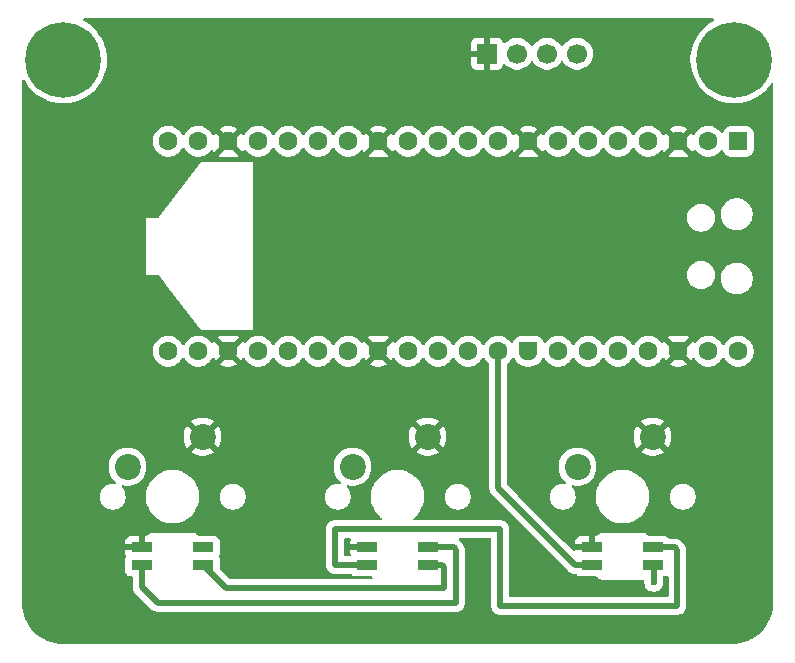
<source format=gbr>
%TF.GenerationSoftware,KiCad,Pcbnew,9.0.2*%
%TF.CreationDate,2026-01-14T17:50:12+01:00*%
%TF.ProjectId,keypad,6b657970-6164-42e6-9b69-6361645f7063,rev?*%
%TF.SameCoordinates,Original*%
%TF.FileFunction,Copper,L2,Bot*%
%TF.FilePolarity,Positive*%
%FSLAX46Y46*%
G04 Gerber Fmt 4.6, Leading zero omitted, Abs format (unit mm)*
G04 Created by KiCad (PCBNEW 9.0.2) date 2026-01-14 17:50:12*
%MOMM*%
%LPD*%
G01*
G04 APERTURE LIST*
G04 Aperture macros list*
%AMRoundRect*
0 Rectangle with rounded corners*
0 $1 Rounding radius*
0 $2 $3 $4 $5 $6 $7 $8 $9 X,Y pos of 4 corners*
0 Add a 4 corners polygon primitive as box body*
4,1,4,$2,$3,$4,$5,$6,$7,$8,$9,$2,$3,0*
0 Add four circle primitives for the rounded corners*
1,1,$1+$1,$2,$3*
1,1,$1+$1,$4,$5*
1,1,$1+$1,$6,$7*
1,1,$1+$1,$8,$9*
0 Add four rect primitives between the rounded corners*
20,1,$1+$1,$2,$3,$4,$5,0*
20,1,$1+$1,$4,$5,$6,$7,0*
20,1,$1+$1,$6,$7,$8,$9,0*
20,1,$1+$1,$8,$9,$2,$3,0*%
%AMFreePoly0*
4,1,37,0.000000,0.796148,0.078414,0.796148,0.232228,0.765552,0.377117,0.705537,0.507515,0.618408,0.618408,0.507515,0.705537,0.377117,0.765552,0.232228,0.796148,0.078414,0.796148,-0.078414,0.765552,-0.232228,0.705537,-0.377117,0.618408,-0.507515,0.507515,-0.618408,0.377117,-0.705537,0.232228,-0.765552,0.078414,-0.796148,0.000000,-0.796148,0.000000,-0.800000,-0.600000,-0.800000,
-0.603843,-0.796157,-0.639018,-0.796157,-0.711114,-0.766294,-0.766294,-0.711114,-0.796157,-0.639018,-0.796157,-0.603843,-0.800000,-0.600000,-0.800000,0.600000,-0.796157,0.603843,-0.796157,0.639018,-0.766294,0.711114,-0.711114,0.766294,-0.639018,0.796157,-0.603843,0.796157,-0.600000,0.800000,0.000000,0.800000,0.000000,0.796148,0.000000,0.796148,$1*%
%AMFreePoly1*
4,1,37,0.603843,0.796157,0.639018,0.796157,0.711114,0.766294,0.766294,0.711114,0.796157,0.639018,0.796157,0.603843,0.800000,0.600000,0.800000,-0.600000,0.796157,-0.603843,0.796157,-0.639018,0.766294,-0.711114,0.711114,-0.766294,0.639018,-0.796157,0.603843,-0.796157,0.600000,-0.800000,0.000000,-0.800000,0.000000,-0.796148,-0.078414,-0.796148,-0.232228,-0.765552,-0.377117,-0.705537,
-0.507515,-0.618408,-0.618408,-0.507515,-0.705537,-0.377117,-0.765552,-0.232228,-0.796148,-0.078414,-0.796148,0.078414,-0.765552,0.232228,-0.705537,0.377117,-0.618408,0.507515,-0.507515,0.618408,-0.377117,0.705537,-0.232228,0.765552,-0.078414,0.796148,0.000000,0.796148,0.000000,0.800000,0.600000,0.800000,0.603843,0.796157,0.603843,0.796157,$1*%
G04 Aperture macros list end*
%TA.AperFunction,SMDPad,CuDef*%
%ADD10R,1.800000X0.900000*%
%TD*%
%TA.AperFunction,ComponentPad*%
%ADD11C,2.200000*%
%TD*%
%TA.AperFunction,ComponentPad*%
%ADD12C,1.600000*%
%TD*%
%TA.AperFunction,ComponentPad*%
%ADD13FreePoly0,270.000000*%
%TD*%
%TA.AperFunction,ComponentPad*%
%ADD14FreePoly1,270.000000*%
%TD*%
%TA.AperFunction,ComponentPad*%
%ADD15RoundRect,0.200000X-0.600000X0.600000X-0.600000X-0.600000X0.600000X-0.600000X0.600000X0.600000X0*%
%TD*%
%TA.AperFunction,ComponentPad*%
%ADD16C,0.800000*%
%TD*%
%TA.AperFunction,ComponentPad*%
%ADD17C,6.400000*%
%TD*%
%TA.AperFunction,ComponentPad*%
%ADD18R,1.700000X1.700000*%
%TD*%
%TA.AperFunction,ComponentPad*%
%ADD19C,1.700000*%
%TD*%
%TA.AperFunction,ViaPad*%
%ADD20C,0.600000*%
%TD*%
%TA.AperFunction,Conductor*%
%ADD21C,0.500000*%
%TD*%
G04 APERTURE END LIST*
D10*
%TO.P,U3,3,DOUT*%
%TO.N,Net-(U2-DIN)*%
X53960000Y-45300000D03*
%TO.P,U3,4,VCC*%
%TO.N,+3.3V*%
X53960000Y-46800000D03*
%TO.P,U3,2,DIN*%
%TO.N,Net-(A1-GPIO27_ADC1)*%
X48760000Y-46800000D03*
%TO.P,U3,1,GND*%
%TO.N,GND*%
X48760000Y-45300000D03*
D11*
%TO.P,U3,6,SW2*%
X53900000Y-35920000D03*
%TO.P,U3,5,SW1*%
%TO.N,Net-(A1-GPIO28_ADC2)*%
X47550000Y-38460000D03*
%TD*%
D12*
%TO.P,A1,40,VBUS*%
%TO.N,unconnected-(A1-VBUS-Pad40)*%
X61160000Y-28700000D03*
%TO.P,A1,39,VSYS*%
%TO.N,unconnected-(A1-VSYS-Pad39)*%
X58620000Y-28700000D03*
D13*
%TO.P,A1,38,GND*%
%TO.N,GND*%
X56080000Y-28700000D03*
D12*
%TO.P,A1,37,3V3_EN*%
%TO.N,unconnected-(A1-3V3_EN-Pad37)*%
X53540000Y-28700000D03*
%TO.P,A1,36,3V3*%
%TO.N,+3.3V*%
X51000000Y-28700000D03*
%TO.P,A1,35,ADC_VREF*%
%TO.N,unconnected-(A1-ADC_VREF-Pad35)*%
X48460000Y-28700000D03*
%TO.P,A1,34,GPIO28_ADC2*%
%TO.N,Net-(A1-GPIO28_ADC2)*%
X45920000Y-28700000D03*
D13*
%TO.P,A1,33,AGND*%
%TO.N,unconnected-(A1-AGND-Pad33)*%
X43380000Y-28700000D03*
D12*
%TO.P,A1,32,GPIO27_ADC1*%
%TO.N,Net-(A1-GPIO27_ADC1)*%
X40840000Y-28700000D03*
%TO.P,A1,31,GPIO26_ADC0*%
%TO.N,unconnected-(A1-GPIO26_ADC0-Pad31)*%
X38300000Y-28700000D03*
%TO.P,A1,30,RUN*%
%TO.N,unconnected-(A1-RUN-Pad30)*%
X35760000Y-28700000D03*
%TO.P,A1,29,GPIO22*%
%TO.N,unconnected-(A1-GPIO22-Pad29)*%
X33220000Y-28700000D03*
D13*
%TO.P,A1,28,GND*%
%TO.N,GND*%
X30680000Y-28700000D03*
D12*
%TO.P,A1,27,GPIO21*%
%TO.N,Net-(A1-GPIO21)*%
X28140000Y-28700000D03*
%TO.P,A1,26,GPIO20*%
%TO.N,unconnected-(A1-GPIO20-Pad26)*%
X25600000Y-28700000D03*
%TO.P,A1,25,GPIO19*%
%TO.N,unconnected-(A1-GPIO19-Pad25)*%
X23060000Y-28700000D03*
%TO.P,A1,24,GPIO18*%
%TO.N,unconnected-(A1-GPIO18-Pad24)*%
X20520000Y-28700000D03*
D13*
%TO.P,A1,23,GND*%
%TO.N,GND*%
X17980000Y-28700000D03*
D12*
%TO.P,A1,22,GPIO17*%
%TO.N,unconnected-(A1-GPIO17-Pad22)*%
X15440000Y-28700000D03*
%TO.P,A1,21,GPIO16*%
%TO.N,Net-(A1-GPIO16)*%
X12900000Y-28700000D03*
%TO.P,A1,20,GPIO15*%
%TO.N,unconnected-(A1-GPIO15-Pad20)*%
X12900000Y-10920000D03*
%TO.P,A1,19,GPIO14*%
%TO.N,unconnected-(A1-GPIO14-Pad19)*%
X15440000Y-10920000D03*
D14*
%TO.P,A1,18,GND*%
%TO.N,GND*%
X17980000Y-10920000D03*
D12*
%TO.P,A1,17,GPIO13*%
%TO.N,unconnected-(A1-GPIO13-Pad17)*%
X20520000Y-10920000D03*
%TO.P,A1,16,GPIO12*%
%TO.N,unconnected-(A1-GPIO12-Pad16)*%
X23060000Y-10920000D03*
%TO.P,A1,15,GPIO11*%
%TO.N,unconnected-(A1-GPIO11-Pad15)*%
X25600000Y-10920000D03*
%TO.P,A1,14,GPIO10*%
%TO.N,unconnected-(A1-GPIO10-Pad14)*%
X28140000Y-10920000D03*
D14*
%TO.P,A1,13,GND*%
%TO.N,GND*%
X30680000Y-10920000D03*
D12*
%TO.P,A1,12,GPIO9*%
%TO.N,unconnected-(A1-GPIO9-Pad12)*%
X33220000Y-10920000D03*
%TO.P,A1,11,GPIO8*%
%TO.N,unconnected-(A1-GPIO8-Pad11)*%
X35760000Y-10920000D03*
%TO.P,A1,10,GPIO7*%
%TO.N,unconnected-(A1-GPIO7-Pad10)*%
X38300000Y-10920000D03*
%TO.P,A1,9,GPIO6*%
%TO.N,unconnected-(A1-GPIO6-Pad9)*%
X40840000Y-10920000D03*
D14*
%TO.P,A1,8,GND*%
%TO.N,GND*%
X43380000Y-10920000D03*
D12*
%TO.P,A1,7,GPIO5*%
%TO.N,scl*%
X45920000Y-10920000D03*
%TO.P,A1,6,GPIO4*%
%TO.N,sda*%
X48460000Y-10920000D03*
%TO.P,A1,5,GPIO3*%
%TO.N,unconnected-(A1-GPIO3-Pad5)*%
X51000000Y-10920000D03*
%TO.P,A1,4,GPIO2*%
%TO.N,unconnected-(A1-GPIO2-Pad4)*%
X53540000Y-10920000D03*
D14*
%TO.P,A1,3,GND*%
%TO.N,GND*%
X56080000Y-10920000D03*
D12*
%TO.P,A1,2,GPIO1*%
%TO.N,unconnected-(A1-GPIO1-Pad2)*%
X58620000Y-10920000D03*
D15*
%TO.P,A1,1,GPIO0*%
%TO.N,unconnected-(A1-GPIO0-Pad1)*%
X61160000Y-10920000D03*
%TD*%
D11*
%TO.P,U1,5,SW1*%
%TO.N,Net-(A1-GPIO16)*%
X9450000Y-38460000D03*
%TO.P,U1,6,SW2*%
%TO.N,GND*%
X15800000Y-35920000D03*
D10*
%TO.P,U1,1,GND*%
X10660000Y-45300000D03*
%TO.P,U1,2,DIN*%
%TO.N,Net-(U1-DIN)*%
X10660000Y-46800000D03*
%TO.P,U1,4,VCC*%
%TO.N,+3.3V*%
X15860000Y-46800000D03*
%TO.P,U1,3,DOUT*%
%TO.N,unconnected-(U1-DOUT-Pad3)*%
X15860000Y-45300000D03*
%TD*%
D11*
%TO.P,U2,5,SW1*%
%TO.N,Net-(A1-GPIO21)*%
X28500000Y-38460000D03*
%TO.P,U2,6,SW2*%
%TO.N,GND*%
X34850000Y-35920000D03*
D10*
%TO.P,U2,1,GND*%
X29710000Y-45300000D03*
%TO.P,U2,2,DIN*%
%TO.N,Net-(U2-DIN)*%
X29710000Y-46800000D03*
%TO.P,U2,4,VCC*%
%TO.N,+3.3V*%
X34910000Y-46800000D03*
%TO.P,U2,3,DOUT*%
%TO.N,Net-(U1-DIN)*%
X34910000Y-45300000D03*
%TD*%
D16*
%TO.P,H2,1,1*%
%TO.N,unconnected-(H2-Pad1)*%
X58402944Y-4000000D03*
X59105888Y-2302944D03*
X59105888Y-5697056D03*
X60802944Y-1600000D03*
D17*
X60802944Y-4000000D03*
D16*
X60802944Y-6400000D03*
X62500000Y-2302944D03*
X62500000Y-5697056D03*
X63202944Y-4000000D03*
%TD*%
%TO.P,H1,1,1*%
%TO.N,unconnected-(H1-Pad1)*%
X1600000Y-4000000D03*
X2302944Y-2302944D03*
X2302944Y-5697056D03*
X4000000Y-1600000D03*
D17*
X4000000Y-4000000D03*
D16*
X4000000Y-6400000D03*
X5697056Y-2302944D03*
X5697056Y-5697056D03*
X6400000Y-4000000D03*
%TD*%
D18*
%TO.P,J1,1,Pin_1*%
%TO.N,GND*%
X39880000Y-3500000D03*
D19*
%TO.P,J1,2,Pin_2*%
%TO.N,+3.3V*%
X42420000Y-3500000D03*
%TO.P,J1,3,Pin_3*%
%TO.N,scl*%
X44960000Y-3500000D03*
%TO.P,J1,4,Pin_4*%
%TO.N,sda*%
X47500000Y-3500000D03*
%TD*%
D20*
%TO.N,GND*%
X28000000Y-45250000D03*
%TO.N,+3.3V*%
X35250000Y-48750000D03*
X54000000Y-48250000D03*
%TD*%
D21*
%TO.N,Net-(A1-GPIO27_ADC1)*%
X40840000Y-28700000D02*
X40840000Y-40280000D01*
X40840000Y-40280000D02*
X47360000Y-46800000D01*
X47360000Y-46800000D02*
X48760000Y-46800000D01*
%TO.N,+3.3V*%
X54000000Y-46840000D02*
X53960000Y-46800000D01*
X54000000Y-48250000D02*
X54000000Y-46840000D01*
%TO.N,Net-(U2-DIN)*%
X55800000Y-45300000D02*
X53960000Y-45300000D01*
X41000000Y-43750000D02*
X41000000Y-50250000D01*
X56000000Y-50250000D02*
X56000000Y-45500000D01*
X27000000Y-43750000D02*
X41000000Y-43750000D01*
X41000000Y-50250000D02*
X56000000Y-50250000D01*
X27000000Y-46750000D02*
X27000000Y-43750000D01*
X56000000Y-45500000D02*
X55800000Y-45300000D01*
X29710000Y-46800000D02*
X27050000Y-46800000D01*
X27050000Y-46800000D02*
X27000000Y-46750000D01*
%TO.N,+3.3V*%
X36050000Y-46800000D02*
X34910000Y-46800000D01*
X36250000Y-47000000D02*
X36050000Y-46800000D01*
X36250000Y-48750000D02*
X36250000Y-47000000D01*
X15860000Y-46800000D02*
X17810000Y-48750000D01*
X17810000Y-48750000D02*
X36250000Y-48750000D01*
%TO.N,Net-(U1-DIN)*%
X37050000Y-45300000D02*
X34910000Y-45300000D01*
X37250000Y-50000000D02*
X37250000Y-45500000D01*
X12000000Y-50000000D02*
X37250000Y-50000000D01*
X10660000Y-48660000D02*
X12000000Y-50000000D01*
X37250000Y-45500000D02*
X37050000Y-45300000D01*
X10660000Y-46800000D02*
X10660000Y-48660000D01*
%TD*%
%TA.AperFunction,Conductor*%
%TO.N,GND*%
G36*
X28295154Y-44520185D02*
G01*
X28340909Y-44572989D01*
X28350853Y-44642147D01*
X28344297Y-44667833D01*
X28316403Y-44742620D01*
X28316401Y-44742627D01*
X28310000Y-44802155D01*
X28310000Y-45050000D01*
X29586000Y-45050000D01*
X29653039Y-45069685D01*
X29698794Y-45122489D01*
X29710000Y-45174000D01*
X29710000Y-45426000D01*
X29690315Y-45493039D01*
X29637511Y-45538794D01*
X29586000Y-45550000D01*
X28310000Y-45550000D01*
X28310000Y-45797844D01*
X28316401Y-45857372D01*
X28316403Y-45857382D01*
X28325648Y-45882168D01*
X28330632Y-45951859D01*
X28297146Y-46013182D01*
X28235823Y-46046666D01*
X28209466Y-46049500D01*
X27874500Y-46049500D01*
X27807461Y-46029815D01*
X27761706Y-45977011D01*
X27750500Y-45925500D01*
X27750500Y-44624500D01*
X27770185Y-44557461D01*
X27822989Y-44511706D01*
X27874500Y-44500500D01*
X28228115Y-44500500D01*
X28295154Y-44520185D01*
G37*
%TD.AperFunction*%
%TA.AperFunction,Conductor*%
G36*
X59071975Y-520185D02*
G01*
X59117730Y-572989D01*
X59127674Y-642147D01*
X59098649Y-705703D01*
X59063389Y-733858D01*
X58898223Y-822140D01*
X58898205Y-822151D01*
X58595908Y-1024140D01*
X58595894Y-1024150D01*
X58314837Y-1254807D01*
X58057751Y-1511893D01*
X57827094Y-1792950D01*
X57827084Y-1792964D01*
X57625095Y-2095261D01*
X57625084Y-2095279D01*
X57453700Y-2415916D01*
X57453698Y-2415921D01*
X57314558Y-2751834D01*
X57209011Y-3099776D01*
X57209008Y-3099787D01*
X57138081Y-3456369D01*
X57127301Y-3565826D01*
X57102444Y-3818206D01*
X57102444Y-4181794D01*
X57113281Y-4291829D01*
X57138081Y-4543630D01*
X57209008Y-4900212D01*
X57209011Y-4900223D01*
X57314558Y-5248165D01*
X57453698Y-5584078D01*
X57453700Y-5584083D01*
X57625084Y-5904720D01*
X57625095Y-5904738D01*
X57827084Y-6207035D01*
X57827094Y-6207049D01*
X58057751Y-6488106D01*
X58314837Y-6745192D01*
X58314842Y-6745196D01*
X58314843Y-6745197D01*
X58595900Y-6975854D01*
X58898212Y-7177853D01*
X58898221Y-7177858D01*
X58898223Y-7177859D01*
X59218860Y-7349243D01*
X59218862Y-7349243D01*
X59218868Y-7349247D01*
X59554780Y-7488386D01*
X59902711Y-7593930D01*
X59902717Y-7593931D01*
X59902720Y-7593932D01*
X59902731Y-7593935D01*
X60259313Y-7664862D01*
X60621150Y-7700500D01*
X60621153Y-7700500D01*
X60984735Y-7700500D01*
X60984738Y-7700500D01*
X61346575Y-7664862D01*
X61415989Y-7651054D01*
X61703156Y-7593935D01*
X61703167Y-7593932D01*
X61703167Y-7593931D01*
X61703177Y-7593930D01*
X62051108Y-7488386D01*
X62387020Y-7349247D01*
X62707676Y-7177853D01*
X63009988Y-6975854D01*
X63291045Y-6745197D01*
X63548141Y-6488101D01*
X63778798Y-6207044D01*
X63892398Y-6037029D01*
X63946010Y-5992225D01*
X64015335Y-5983518D01*
X64078363Y-6013672D01*
X64115082Y-6073115D01*
X64119500Y-6105921D01*
X64119500Y-49996948D01*
X64119351Y-50003033D01*
X64102947Y-50336928D01*
X64101754Y-50349037D01*
X64053151Y-50676694D01*
X64050777Y-50688630D01*
X63970292Y-51009944D01*
X63966759Y-51021588D01*
X63855170Y-51333459D01*
X63850514Y-51344702D01*
X63708885Y-51644151D01*
X63703148Y-51654883D01*
X63532862Y-51938988D01*
X63526102Y-51949106D01*
X63328775Y-52215170D01*
X63321055Y-52224576D01*
X63098611Y-52470006D01*
X63090006Y-52478611D01*
X62844576Y-52701055D01*
X62835170Y-52708775D01*
X62569106Y-52906102D01*
X62558988Y-52912862D01*
X62274883Y-53083148D01*
X62264151Y-53088885D01*
X61964702Y-53230514D01*
X61953459Y-53235170D01*
X61641588Y-53346759D01*
X61629944Y-53350292D01*
X61308630Y-53430777D01*
X61296694Y-53433151D01*
X60969037Y-53481754D01*
X60956928Y-53482947D01*
X60641989Y-53498419D01*
X60623031Y-53499351D01*
X60616949Y-53499500D01*
X4003051Y-53499500D01*
X3996968Y-53499351D01*
X3976900Y-53498365D01*
X3663071Y-53482947D01*
X3650962Y-53481754D01*
X3323305Y-53433151D01*
X3311369Y-53430777D01*
X2990055Y-53350292D01*
X2978411Y-53346759D01*
X2666540Y-53235170D01*
X2655301Y-53230515D01*
X2355844Y-53088883D01*
X2345121Y-53083150D01*
X2061011Y-52912862D01*
X2050893Y-52906102D01*
X1784829Y-52708775D01*
X1775423Y-52701055D01*
X1736475Y-52665755D01*
X1529986Y-52478604D01*
X1521395Y-52470013D01*
X1298944Y-52224576D01*
X1291224Y-52215170D01*
X1093897Y-51949106D01*
X1087137Y-51938988D01*
X916844Y-51654871D01*
X911120Y-51644163D01*
X769479Y-51344688D01*
X764829Y-51333459D01*
X653240Y-51021588D01*
X649707Y-51009944D01*
X569219Y-50688617D01*
X566848Y-50676694D01*
X565126Y-50665087D01*
X518245Y-50349037D01*
X517052Y-50336927D01*
X500649Y-50003032D01*
X500500Y-49996948D01*
X500500Y-46302135D01*
X9259500Y-46302135D01*
X9259500Y-47297870D01*
X9259501Y-47297876D01*
X9265908Y-47357483D01*
X9316202Y-47492328D01*
X9316206Y-47492335D01*
X9402452Y-47607544D01*
X9402455Y-47607547D01*
X9517664Y-47693793D01*
X9517671Y-47693797D01*
X9562618Y-47710561D01*
X9652517Y-47744091D01*
X9712127Y-47750500D01*
X9785500Y-47750499D01*
X9852538Y-47770183D01*
X9898294Y-47822986D01*
X9909500Y-47874499D01*
X9909500Y-48733918D01*
X9909500Y-48733920D01*
X9909499Y-48733920D01*
X9938340Y-48878907D01*
X9938343Y-48878917D01*
X9994913Y-49015490D01*
X9994915Y-49015493D01*
X9994916Y-49015495D01*
X9997751Y-49019738D01*
X10018307Y-49050502D01*
X10077043Y-49138410D01*
X10077047Y-49138415D01*
X11521580Y-50582948D01*
X11521584Y-50582951D01*
X11644498Y-50665080D01*
X11644511Y-50665087D01*
X11781082Y-50721656D01*
X11781087Y-50721658D01*
X11781091Y-50721658D01*
X11781092Y-50721659D01*
X11926079Y-50750500D01*
X11926082Y-50750500D01*
X37323920Y-50750500D01*
X37434944Y-50728415D01*
X37468913Y-50721658D01*
X37605495Y-50665084D01*
X37728416Y-50582951D01*
X37832951Y-50478416D01*
X37915084Y-50355495D01*
X37971658Y-50218913D01*
X38000500Y-50073918D01*
X38000500Y-45426082D01*
X37990124Y-45373918D01*
X37971659Y-45281088D01*
X37917408Y-45150118D01*
X37915765Y-45145524D01*
X37872711Y-45081088D01*
X37832950Y-45021581D01*
X37524109Y-44712740D01*
X37525980Y-44710868D01*
X37493106Y-44662595D01*
X37491243Y-44592751D01*
X37527436Y-44532986D01*
X37590195Y-44502276D01*
X37611109Y-44500500D01*
X40125500Y-44500500D01*
X40192539Y-44520185D01*
X40238294Y-44572989D01*
X40249500Y-44624500D01*
X40249500Y-50176082D01*
X40249500Y-50323918D01*
X40249500Y-50323920D01*
X40249499Y-50323920D01*
X40278340Y-50468907D01*
X40278343Y-50468917D01*
X40334912Y-50605488D01*
X40334919Y-50605501D01*
X40417048Y-50728415D01*
X40417051Y-50728419D01*
X40521580Y-50832948D01*
X40521584Y-50832951D01*
X40644498Y-50915080D01*
X40644511Y-50915087D01*
X40781082Y-50971656D01*
X40781087Y-50971658D01*
X40781091Y-50971658D01*
X40781092Y-50971659D01*
X40926079Y-51000500D01*
X40926082Y-51000500D01*
X56073920Y-51000500D01*
X56171462Y-50981096D01*
X56218913Y-50971658D01*
X56355495Y-50915084D01*
X56478416Y-50832951D01*
X56582951Y-50728416D01*
X56665084Y-50605495D01*
X56721658Y-50468913D01*
X56744220Y-50355488D01*
X56750500Y-50323920D01*
X56750500Y-45426081D01*
X56750499Y-45426080D01*
X56740124Y-45373918D01*
X56721659Y-45281088D01*
X56667408Y-45150118D01*
X56665765Y-45145524D01*
X56622711Y-45081088D01*
X56582950Y-45021581D01*
X56278421Y-44717052D01*
X56278414Y-44717046D01*
X56204729Y-44667812D01*
X56204729Y-44667813D01*
X56155491Y-44634913D01*
X56018917Y-44578343D01*
X56018907Y-44578340D01*
X55873920Y-44549500D01*
X55873918Y-44549500D01*
X55322320Y-44549500D01*
X55255281Y-44529815D01*
X55223052Y-44499809D01*
X55217548Y-44492457D01*
X55217546Y-44492454D01*
X55206397Y-44484108D01*
X55102335Y-44406206D01*
X55102328Y-44406202D01*
X54967482Y-44355908D01*
X54967483Y-44355908D01*
X54907883Y-44349501D01*
X54907881Y-44349500D01*
X54907873Y-44349500D01*
X54907865Y-44349500D01*
X53593760Y-44349500D01*
X53526721Y-44329815D01*
X53486373Y-44287500D01*
X53460500Y-44242686D01*
X53367314Y-44149500D01*
X53310250Y-44116554D01*
X53253187Y-44083608D01*
X53189539Y-44066554D01*
X53125892Y-44049500D01*
X49725892Y-44049500D01*
X49594108Y-44049500D01*
X49466812Y-44083608D01*
X49352686Y-44149500D01*
X49352683Y-44149502D01*
X49259502Y-44242683D01*
X49259498Y-44242689D01*
X49233338Y-44288000D01*
X49182771Y-44336216D01*
X49125951Y-44350000D01*
X49010000Y-44350000D01*
X49010000Y-45176000D01*
X48990315Y-45243039D01*
X48937511Y-45288794D01*
X48886000Y-45300000D01*
X48760000Y-45300000D01*
X48760000Y-45426000D01*
X48740315Y-45493039D01*
X48687511Y-45538794D01*
X48636000Y-45550000D01*
X47360000Y-45550000D01*
X47353365Y-45556635D01*
X47292042Y-45590120D01*
X47222350Y-45585136D01*
X47178003Y-45556635D01*
X46423523Y-44802155D01*
X47360000Y-44802155D01*
X47360000Y-45050000D01*
X48510000Y-45050000D01*
X48510000Y-44350000D01*
X47812155Y-44350000D01*
X47752627Y-44356401D01*
X47752620Y-44356403D01*
X47617913Y-44406645D01*
X47617906Y-44406649D01*
X47502812Y-44492809D01*
X47502809Y-44492812D01*
X47416649Y-44607906D01*
X47416645Y-44607913D01*
X47366403Y-44742620D01*
X47366401Y-44742627D01*
X47360000Y-44802155D01*
X46423523Y-44802155D01*
X42534757Y-40913389D01*
X45179500Y-40913389D01*
X45179500Y-41086611D01*
X45206598Y-41257701D01*
X45260127Y-41422445D01*
X45338768Y-41576788D01*
X45440586Y-41716928D01*
X45563072Y-41839414D01*
X45703212Y-41941232D01*
X45857555Y-42019873D01*
X46022299Y-42073402D01*
X46193389Y-42100500D01*
X46193390Y-42100500D01*
X46366610Y-42100500D01*
X46366611Y-42100500D01*
X46537701Y-42073402D01*
X46702445Y-42019873D01*
X46856788Y-41941232D01*
X46996928Y-41839414D01*
X47119414Y-41716928D01*
X47221232Y-41576788D01*
X47299873Y-41422445D01*
X47353402Y-41257701D01*
X47380500Y-41086611D01*
X47380500Y-40913389D01*
X47370854Y-40852486D01*
X49109500Y-40852486D01*
X49109500Y-41147513D01*
X49141571Y-41391113D01*
X49148007Y-41439993D01*
X49222212Y-41716930D01*
X49224361Y-41724951D01*
X49224364Y-41724961D01*
X49337254Y-41997500D01*
X49337258Y-41997510D01*
X49484761Y-42252993D01*
X49664352Y-42487040D01*
X49664358Y-42487047D01*
X49872952Y-42695641D01*
X49872959Y-42695647D01*
X50107006Y-42875238D01*
X50362489Y-43022741D01*
X50362490Y-43022741D01*
X50362493Y-43022743D01*
X50635048Y-43135639D01*
X50920007Y-43211993D01*
X51212494Y-43250500D01*
X51212501Y-43250500D01*
X51507499Y-43250500D01*
X51507506Y-43250500D01*
X51799993Y-43211993D01*
X52084952Y-43135639D01*
X52357507Y-43022743D01*
X52612994Y-42875238D01*
X52847042Y-42695646D01*
X53055646Y-42487042D01*
X53235238Y-42252994D01*
X53382743Y-41997507D01*
X53495639Y-41724952D01*
X53571993Y-41439993D01*
X53610500Y-41147506D01*
X53610500Y-40913389D01*
X55339500Y-40913389D01*
X55339500Y-41086611D01*
X55366598Y-41257701D01*
X55420127Y-41422445D01*
X55498768Y-41576788D01*
X55600586Y-41716928D01*
X55723072Y-41839414D01*
X55863212Y-41941232D01*
X56017555Y-42019873D01*
X56182299Y-42073402D01*
X56353389Y-42100500D01*
X56353390Y-42100500D01*
X56526610Y-42100500D01*
X56526611Y-42100500D01*
X56697701Y-42073402D01*
X56862445Y-42019873D01*
X57016788Y-41941232D01*
X57156928Y-41839414D01*
X57279414Y-41716928D01*
X57381232Y-41576788D01*
X57459873Y-41422445D01*
X57513402Y-41257701D01*
X57540500Y-41086611D01*
X57540500Y-40913389D01*
X57513402Y-40742299D01*
X57459873Y-40577555D01*
X57381232Y-40423212D01*
X57279414Y-40283072D01*
X57156928Y-40160586D01*
X57016788Y-40058768D01*
X56862445Y-39980127D01*
X56697701Y-39926598D01*
X56697699Y-39926597D01*
X56697698Y-39926597D01*
X56566271Y-39905781D01*
X56526611Y-39899500D01*
X56353389Y-39899500D01*
X56313728Y-39905781D01*
X56182302Y-39926597D01*
X56017552Y-39980128D01*
X55863211Y-40058768D01*
X55806289Y-40100125D01*
X55723072Y-40160586D01*
X55723070Y-40160588D01*
X55723069Y-40160588D01*
X55600588Y-40283069D01*
X55600588Y-40283070D01*
X55600586Y-40283072D01*
X55556859Y-40343256D01*
X55498768Y-40423211D01*
X55420128Y-40577552D01*
X55366597Y-40742302D01*
X55339500Y-40913389D01*
X53610500Y-40913389D01*
X53610500Y-40852494D01*
X53571993Y-40560007D01*
X53495639Y-40275048D01*
X53382743Y-40002493D01*
X53333828Y-39917770D01*
X53235238Y-39747006D01*
X53055647Y-39512959D01*
X53055641Y-39512952D01*
X52847047Y-39304358D01*
X52847040Y-39304352D01*
X52612993Y-39124761D01*
X52357510Y-38977258D01*
X52357500Y-38977254D01*
X52084961Y-38864364D01*
X52084954Y-38864362D01*
X52084952Y-38864361D01*
X51799993Y-38788007D01*
X51751113Y-38781571D01*
X51507513Y-38749500D01*
X51507506Y-38749500D01*
X51212494Y-38749500D01*
X51212486Y-38749500D01*
X50934085Y-38786153D01*
X50920007Y-38788007D01*
X50745428Y-38834785D01*
X50635048Y-38864361D01*
X50635038Y-38864364D01*
X50362499Y-38977254D01*
X50362489Y-38977258D01*
X50107006Y-39124761D01*
X49872959Y-39304352D01*
X49872952Y-39304358D01*
X49664358Y-39512952D01*
X49664352Y-39512959D01*
X49484761Y-39747006D01*
X49337258Y-40002489D01*
X49337254Y-40002499D01*
X49224364Y-40275038D01*
X49224361Y-40275048D01*
X49203228Y-40353920D01*
X49148008Y-40560004D01*
X49148006Y-40560015D01*
X49109500Y-40852486D01*
X47370854Y-40852486D01*
X47353402Y-40742299D01*
X47299873Y-40577555D01*
X47221232Y-40423212D01*
X47119414Y-40283072D01*
X47067482Y-40231140D01*
X47033997Y-40169817D01*
X47038981Y-40100125D01*
X47080853Y-40044192D01*
X47146317Y-40019775D01*
X47174561Y-40020986D01*
X47175212Y-40021089D01*
X47175215Y-40021090D01*
X47424038Y-40060500D01*
X47424039Y-40060500D01*
X47675961Y-40060500D01*
X47675962Y-40060500D01*
X47924785Y-40021090D01*
X48164379Y-39943241D01*
X48388845Y-39828870D01*
X48592656Y-39680793D01*
X48770793Y-39502656D01*
X48918870Y-39298845D01*
X49033241Y-39074379D01*
X49111090Y-38834785D01*
X49150500Y-38585962D01*
X49150500Y-38334038D01*
X49111090Y-38085215D01*
X49033241Y-37845621D01*
X49033239Y-37845618D01*
X49033239Y-37845616D01*
X48991747Y-37764184D01*
X48918870Y-37621155D01*
X48816753Y-37480602D01*
X48770798Y-37417350D01*
X48770794Y-37417345D01*
X48592654Y-37239205D01*
X48592649Y-37239201D01*
X48388848Y-37091132D01*
X48388847Y-37091131D01*
X48388845Y-37091130D01*
X48318747Y-37055413D01*
X48164383Y-36976760D01*
X47924785Y-36898910D01*
X47675962Y-36859500D01*
X47424038Y-36859500D01*
X47299626Y-36879205D01*
X47175214Y-36898910D01*
X46935616Y-36976760D01*
X46711151Y-37091132D01*
X46507350Y-37239201D01*
X46507345Y-37239205D01*
X46329205Y-37417345D01*
X46329201Y-37417350D01*
X46181132Y-37621151D01*
X46066760Y-37845616D01*
X45988910Y-38085214D01*
X45949500Y-38334038D01*
X45949500Y-38585961D01*
X45988910Y-38834785D01*
X46066760Y-39074383D01*
X46181132Y-39298848D01*
X46329201Y-39502649D01*
X46329205Y-39502654D01*
X46329207Y-39502656D01*
X46507344Y-39680793D01*
X46507345Y-39680794D01*
X46507344Y-39680794D01*
X46513661Y-39685383D01*
X46556327Y-39740714D01*
X46562305Y-39810327D01*
X46529699Y-39872122D01*
X46468860Y-39906479D01*
X46421378Y-39908174D01*
X46366611Y-39899500D01*
X46193389Y-39899500D01*
X46153728Y-39905781D01*
X46022302Y-39926597D01*
X45857552Y-39980128D01*
X45703211Y-40058768D01*
X45646289Y-40100125D01*
X45563072Y-40160586D01*
X45563070Y-40160588D01*
X45563069Y-40160588D01*
X45440588Y-40283069D01*
X45440588Y-40283070D01*
X45440586Y-40283072D01*
X45396859Y-40343256D01*
X45338768Y-40423211D01*
X45260128Y-40577552D01*
X45206597Y-40742302D01*
X45179500Y-40913389D01*
X42534757Y-40913389D01*
X41626819Y-40005451D01*
X41593334Y-39944128D01*
X41590500Y-39917770D01*
X41590500Y-35794071D01*
X52300000Y-35794071D01*
X52300000Y-36045928D01*
X52339397Y-36294669D01*
X52417219Y-36534184D01*
X52531557Y-36758583D01*
X52605748Y-36860697D01*
X52605748Y-36860698D01*
X53222421Y-36244024D01*
X53235359Y-36275258D01*
X53317437Y-36398097D01*
X53421903Y-36502563D01*
X53544742Y-36584641D01*
X53575974Y-36597577D01*
X52959300Y-37214250D01*
X53061416Y-37288442D01*
X53285815Y-37402780D01*
X53525330Y-37480602D01*
X53774072Y-37520000D01*
X54025928Y-37520000D01*
X54274669Y-37480602D01*
X54514184Y-37402780D01*
X54738575Y-37288446D01*
X54738581Y-37288442D01*
X54840697Y-37214250D01*
X54840698Y-37214250D01*
X54224025Y-36597578D01*
X54255258Y-36584641D01*
X54378097Y-36502563D01*
X54482563Y-36398097D01*
X54564641Y-36275258D01*
X54577577Y-36244025D01*
X55194250Y-36860698D01*
X55194250Y-36860697D01*
X55268442Y-36758581D01*
X55268446Y-36758575D01*
X55382780Y-36534184D01*
X55460602Y-36294669D01*
X55500000Y-36045928D01*
X55500000Y-35794071D01*
X55460602Y-35545330D01*
X55382780Y-35305815D01*
X55268442Y-35081416D01*
X55194250Y-34979301D01*
X55194250Y-34979300D01*
X54577577Y-35595973D01*
X54564641Y-35564742D01*
X54482563Y-35441903D01*
X54378097Y-35337437D01*
X54255258Y-35255359D01*
X54224024Y-35242421D01*
X54840698Y-34625748D01*
X54738583Y-34551557D01*
X54514184Y-34437219D01*
X54274669Y-34359397D01*
X54025928Y-34320000D01*
X53774072Y-34320000D01*
X53525330Y-34359397D01*
X53285815Y-34437219D01*
X53061413Y-34551559D01*
X52959301Y-34625747D01*
X52959300Y-34625748D01*
X53575974Y-35242421D01*
X53544742Y-35255359D01*
X53421903Y-35337437D01*
X53317437Y-35441903D01*
X53235359Y-35564742D01*
X53222421Y-35595974D01*
X52605748Y-34979300D01*
X52605747Y-34979301D01*
X52531559Y-35081413D01*
X52417219Y-35305815D01*
X52339397Y-35545330D01*
X52300000Y-35794071D01*
X41590500Y-35794071D01*
X41590500Y-29825416D01*
X41610185Y-29758377D01*
X41641613Y-29725099D01*
X41687219Y-29691966D01*
X41831966Y-29547219D01*
X41831968Y-29547215D01*
X41831971Y-29547213D01*
X41952286Y-29381611D01*
X41963407Y-29359786D01*
X41995782Y-29296245D01*
X42043756Y-29245449D01*
X42111577Y-29228654D01*
X42177712Y-29251191D01*
X42215625Y-29294086D01*
X42250739Y-29359779D01*
X42250751Y-29359799D01*
X42338278Y-29490793D01*
X42338286Y-29490804D01*
X42338291Y-29490811D01*
X42401157Y-29567412D01*
X42512588Y-29678843D01*
X42589189Y-29741709D01*
X42589198Y-29741715D01*
X42589206Y-29741721D01*
X42720200Y-29829248D01*
X42720205Y-29829251D01*
X42720217Y-29829259D01*
X42720226Y-29829263D01*
X42720228Y-29829265D01*
X42807603Y-29875968D01*
X42807605Y-29875968D01*
X42807611Y-29875972D01*
X42953202Y-29936278D01*
X43048032Y-29965044D01*
X43202590Y-29995787D01*
X43301207Y-30005500D01*
X43301209Y-30005500D01*
X43458791Y-30005500D01*
X43458793Y-30005500D01*
X43557410Y-29995787D01*
X43711968Y-29965044D01*
X43806798Y-29936278D01*
X43952389Y-29875972D01*
X44039783Y-29829259D01*
X44170811Y-29741709D01*
X44247412Y-29678843D01*
X44358843Y-29567412D01*
X44421709Y-29490811D01*
X44509259Y-29359783D01*
X44544375Y-29294084D01*
X44593336Y-29244243D01*
X44661473Y-29228782D01*
X44727153Y-29252613D01*
X44764217Y-29296245D01*
X44796447Y-29359500D01*
X44807715Y-29381613D01*
X44928028Y-29547213D01*
X45072786Y-29691971D01*
X45194535Y-29780425D01*
X45238390Y-29812287D01*
X45354607Y-29871503D01*
X45420776Y-29905218D01*
X45420778Y-29905218D01*
X45420781Y-29905220D01*
X45514940Y-29935814D01*
X45615465Y-29968477D01*
X45716557Y-29984488D01*
X45817648Y-30000500D01*
X45817649Y-30000500D01*
X46022351Y-30000500D01*
X46022352Y-30000500D01*
X46224534Y-29968477D01*
X46419219Y-29905220D01*
X46601610Y-29812287D01*
X46721619Y-29725096D01*
X46767213Y-29691971D01*
X46767215Y-29691968D01*
X46767219Y-29691966D01*
X46911966Y-29547219D01*
X46911968Y-29547215D01*
X46911971Y-29547213D01*
X47032284Y-29381614D01*
X47032286Y-29381611D01*
X47032287Y-29381610D01*
X47079516Y-29288917D01*
X47127489Y-29238123D01*
X47195310Y-29221328D01*
X47261445Y-29243865D01*
X47300483Y-29288917D01*
X47304218Y-29296246D01*
X47347715Y-29381614D01*
X47468028Y-29547213D01*
X47612786Y-29691971D01*
X47734535Y-29780425D01*
X47778390Y-29812287D01*
X47894607Y-29871503D01*
X47960776Y-29905218D01*
X47960778Y-29905218D01*
X47960781Y-29905220D01*
X48054940Y-29935814D01*
X48155465Y-29968477D01*
X48256557Y-29984488D01*
X48357648Y-30000500D01*
X48357649Y-30000500D01*
X48562351Y-30000500D01*
X48562352Y-30000500D01*
X48764534Y-29968477D01*
X48959219Y-29905220D01*
X49141610Y-29812287D01*
X49261619Y-29725096D01*
X49307213Y-29691971D01*
X49307215Y-29691968D01*
X49307219Y-29691966D01*
X49451966Y-29547219D01*
X49451968Y-29547215D01*
X49451971Y-29547213D01*
X49572284Y-29381614D01*
X49572286Y-29381611D01*
X49572287Y-29381610D01*
X49619516Y-29288917D01*
X49667489Y-29238123D01*
X49735310Y-29221328D01*
X49801445Y-29243865D01*
X49840483Y-29288917D01*
X49844218Y-29296246D01*
X49887715Y-29381614D01*
X50008028Y-29547213D01*
X50152786Y-29691971D01*
X50274535Y-29780425D01*
X50318390Y-29812287D01*
X50434607Y-29871503D01*
X50500776Y-29905218D01*
X50500778Y-29905218D01*
X50500781Y-29905220D01*
X50594940Y-29935814D01*
X50695465Y-29968477D01*
X50796557Y-29984488D01*
X50897648Y-30000500D01*
X50897649Y-30000500D01*
X51102351Y-30000500D01*
X51102352Y-30000500D01*
X51304534Y-29968477D01*
X51499219Y-29905220D01*
X51681610Y-29812287D01*
X51801619Y-29725096D01*
X51847213Y-29691971D01*
X51847215Y-29691968D01*
X51847219Y-29691966D01*
X51991966Y-29547219D01*
X51991968Y-29547215D01*
X51991971Y-29547213D01*
X52112284Y-29381614D01*
X52112286Y-29381611D01*
X52112287Y-29381610D01*
X52159516Y-29288917D01*
X52207489Y-29238123D01*
X52275310Y-29221328D01*
X52341445Y-29243865D01*
X52380483Y-29288917D01*
X52384218Y-29296246D01*
X52427715Y-29381614D01*
X52548028Y-29547213D01*
X52692786Y-29691971D01*
X52814535Y-29780425D01*
X52858390Y-29812287D01*
X52974607Y-29871503D01*
X53040776Y-29905218D01*
X53040778Y-29905218D01*
X53040781Y-29905220D01*
X53134940Y-29935814D01*
X53235465Y-29968477D01*
X53336557Y-29984488D01*
X53437648Y-30000500D01*
X53437649Y-30000500D01*
X53642351Y-30000500D01*
X53642352Y-30000500D01*
X53844534Y-29968477D01*
X54039219Y-29905220D01*
X54221610Y-29812287D01*
X54341619Y-29725096D01*
X54387213Y-29691971D01*
X54387215Y-29691968D01*
X54387219Y-29691966D01*
X54531966Y-29547219D01*
X54531968Y-29547215D01*
X54531971Y-29547213D01*
X54652286Y-29381611D01*
X54663400Y-29359799D01*
X54696058Y-29295703D01*
X54744030Y-29244909D01*
X54811851Y-29228113D01*
X54877986Y-29250650D01*
X54915900Y-29293545D01*
X54951155Y-29359500D01*
X54951161Y-29359511D01*
X54997534Y-29428912D01*
X55597037Y-28829410D01*
X55614075Y-28892993D01*
X55679901Y-29007007D01*
X55772993Y-29100099D01*
X55887007Y-29165925D01*
X55950589Y-29182962D01*
X55351085Y-29782465D01*
X55420488Y-29828838D01*
X55420498Y-29828844D01*
X55507801Y-29875509D01*
X55653387Y-29935814D01*
X55748135Y-29964555D01*
X55902699Y-29995298D01*
X56001210Y-30005000D01*
X56158790Y-30005000D01*
X56257299Y-29995298D01*
X56257302Y-29995298D01*
X56411864Y-29964555D01*
X56506612Y-29935814D01*
X56652198Y-29875509D01*
X56739511Y-29828838D01*
X56739515Y-29828837D01*
X56808913Y-29782465D01*
X56209410Y-29182962D01*
X56272993Y-29165925D01*
X56387007Y-29100099D01*
X56480099Y-29007007D01*
X56545925Y-28892993D01*
X56562962Y-28829410D01*
X57162464Y-29428913D01*
X57162465Y-29428913D01*
X57208837Y-29359515D01*
X57208843Y-29359503D01*
X57244099Y-29293546D01*
X57293061Y-29243702D01*
X57361199Y-29228241D01*
X57426879Y-29252073D01*
X57463941Y-29295702D01*
X57464218Y-29296246D01*
X57507715Y-29381614D01*
X57628028Y-29547213D01*
X57772786Y-29691971D01*
X57894535Y-29780425D01*
X57938390Y-29812287D01*
X58054607Y-29871503D01*
X58120776Y-29905218D01*
X58120778Y-29905218D01*
X58120781Y-29905220D01*
X58214940Y-29935814D01*
X58315465Y-29968477D01*
X58416557Y-29984488D01*
X58517648Y-30000500D01*
X58517649Y-30000500D01*
X58722351Y-30000500D01*
X58722352Y-30000500D01*
X58924534Y-29968477D01*
X59119219Y-29905220D01*
X59301610Y-29812287D01*
X59421619Y-29725096D01*
X59467213Y-29691971D01*
X59467215Y-29691968D01*
X59467219Y-29691966D01*
X59611966Y-29547219D01*
X59611968Y-29547215D01*
X59611971Y-29547213D01*
X59732284Y-29381614D01*
X59732286Y-29381611D01*
X59732287Y-29381610D01*
X59779516Y-29288917D01*
X59827489Y-29238123D01*
X59895310Y-29221328D01*
X59961445Y-29243865D01*
X60000483Y-29288917D01*
X60004218Y-29296246D01*
X60047715Y-29381614D01*
X60168028Y-29547213D01*
X60312786Y-29691971D01*
X60434535Y-29780425D01*
X60478390Y-29812287D01*
X60594607Y-29871503D01*
X60660776Y-29905218D01*
X60660778Y-29905218D01*
X60660781Y-29905220D01*
X60754940Y-29935814D01*
X60855465Y-29968477D01*
X60956557Y-29984488D01*
X61057648Y-30000500D01*
X61057649Y-30000500D01*
X61262351Y-30000500D01*
X61262352Y-30000500D01*
X61464534Y-29968477D01*
X61659219Y-29905220D01*
X61841610Y-29812287D01*
X61961619Y-29725096D01*
X62007213Y-29691971D01*
X62007215Y-29691968D01*
X62007219Y-29691966D01*
X62151966Y-29547219D01*
X62151968Y-29547215D01*
X62151971Y-29547213D01*
X62204732Y-29474590D01*
X62272287Y-29381610D01*
X62365220Y-29199219D01*
X62428477Y-29004534D01*
X62460500Y-28802352D01*
X62460500Y-28597648D01*
X62428477Y-28395466D01*
X62427673Y-28392993D01*
X62365218Y-28200776D01*
X62293599Y-28060218D01*
X62272287Y-28018390D01*
X62238386Y-27971729D01*
X62151971Y-27852786D01*
X62007213Y-27708028D01*
X61841613Y-27587715D01*
X61841612Y-27587714D01*
X61841610Y-27587713D01*
X61784653Y-27558691D01*
X61659223Y-27494781D01*
X61464534Y-27431522D01*
X61289995Y-27403878D01*
X61262352Y-27399500D01*
X61057648Y-27399500D01*
X61033329Y-27403351D01*
X60855465Y-27431522D01*
X60660776Y-27494781D01*
X60478386Y-27587715D01*
X60312786Y-27708028D01*
X60168028Y-27852786D01*
X60047715Y-28018386D01*
X60000485Y-28111080D01*
X59952510Y-28161876D01*
X59884689Y-28178671D01*
X59818554Y-28156134D01*
X59779515Y-28111080D01*
X59753599Y-28060218D01*
X59732287Y-28018390D01*
X59698386Y-27971729D01*
X59611971Y-27852786D01*
X59467213Y-27708028D01*
X59301613Y-27587715D01*
X59301612Y-27587714D01*
X59301610Y-27587713D01*
X59244653Y-27558691D01*
X59119223Y-27494781D01*
X58924534Y-27431522D01*
X58749995Y-27403878D01*
X58722352Y-27399500D01*
X58517648Y-27399500D01*
X58493329Y-27403351D01*
X58315465Y-27431522D01*
X58120776Y-27494781D01*
X57938386Y-27587715D01*
X57772786Y-27708028D01*
X57628032Y-27852782D01*
X57628026Y-27852789D01*
X57572231Y-27929584D01*
X57516901Y-27972250D01*
X57447288Y-27978228D01*
X57385493Y-27945622D01*
X57351765Y-27887361D01*
X57346559Y-27866965D01*
X57346559Y-27866962D01*
X57323135Y-27810414D01*
X56562962Y-28570588D01*
X56545925Y-28507007D01*
X56480099Y-28392993D01*
X56387007Y-28299901D01*
X56272993Y-28234075D01*
X56209410Y-28217037D01*
X56969584Y-27456862D01*
X56913059Y-27433449D01*
X56862053Y-27415455D01*
X56719780Y-27395000D01*
X55440214Y-27395000D01*
X55386237Y-27397893D01*
X55386235Y-27397893D01*
X55246976Y-27433436D01*
X55246962Y-27433441D01*
X55190415Y-27456863D01*
X55950589Y-28217037D01*
X55887007Y-28234075D01*
X55772993Y-28299901D01*
X55679901Y-28392993D01*
X55614075Y-28507007D01*
X55597037Y-28570589D01*
X54836863Y-27810415D01*
X54836862Y-27810415D01*
X54813446Y-27866947D01*
X54813439Y-27866965D01*
X54803330Y-27895623D01*
X54762464Y-27952295D01*
X54697446Y-27977876D01*
X54628918Y-27964246D01*
X54586075Y-27927255D01*
X54531971Y-27852786D01*
X54387213Y-27708028D01*
X54235763Y-27597995D01*
X54221613Y-27587715D01*
X54221612Y-27587714D01*
X54221610Y-27587713D01*
X54164653Y-27558691D01*
X54039223Y-27494781D01*
X53844534Y-27431522D01*
X53669995Y-27403878D01*
X53642352Y-27399500D01*
X53437648Y-27399500D01*
X53413329Y-27403351D01*
X53235465Y-27431522D01*
X53040776Y-27494781D01*
X52858386Y-27587715D01*
X52692786Y-27708028D01*
X52548028Y-27852786D01*
X52427715Y-28018386D01*
X52380485Y-28111080D01*
X52332510Y-28161876D01*
X52264689Y-28178671D01*
X52198554Y-28156134D01*
X52159515Y-28111080D01*
X52133599Y-28060218D01*
X52112287Y-28018390D01*
X52078386Y-27971729D01*
X51991971Y-27852786D01*
X51847213Y-27708028D01*
X51681613Y-27587715D01*
X51681612Y-27587714D01*
X51681610Y-27587713D01*
X51624653Y-27558691D01*
X51499223Y-27494781D01*
X51304534Y-27431522D01*
X51129995Y-27403878D01*
X51102352Y-27399500D01*
X50897648Y-27399500D01*
X50873329Y-27403351D01*
X50695465Y-27431522D01*
X50500776Y-27494781D01*
X50318386Y-27587715D01*
X50152786Y-27708028D01*
X50008028Y-27852786D01*
X49887715Y-28018386D01*
X49840485Y-28111080D01*
X49792510Y-28161876D01*
X49724689Y-28178671D01*
X49658554Y-28156134D01*
X49619515Y-28111080D01*
X49593599Y-28060218D01*
X49572287Y-28018390D01*
X49538386Y-27971729D01*
X49451971Y-27852786D01*
X49307213Y-27708028D01*
X49141613Y-27587715D01*
X49141612Y-27587714D01*
X49141610Y-27587713D01*
X49084653Y-27558691D01*
X48959223Y-27494781D01*
X48764534Y-27431522D01*
X48589995Y-27403878D01*
X48562352Y-27399500D01*
X48357648Y-27399500D01*
X48333329Y-27403351D01*
X48155465Y-27431522D01*
X47960776Y-27494781D01*
X47778386Y-27587715D01*
X47612786Y-27708028D01*
X47468028Y-27852786D01*
X47347715Y-28018386D01*
X47300485Y-28111080D01*
X47252510Y-28161876D01*
X47184689Y-28178671D01*
X47118554Y-28156134D01*
X47079515Y-28111080D01*
X47053599Y-28060218D01*
X47032287Y-28018390D01*
X46998386Y-27971729D01*
X46911971Y-27852786D01*
X46767213Y-27708028D01*
X46601613Y-27587715D01*
X46601612Y-27587714D01*
X46601610Y-27587713D01*
X46544653Y-27558691D01*
X46419223Y-27494781D01*
X46224534Y-27431522D01*
X46049995Y-27403878D01*
X46022352Y-27399500D01*
X45817648Y-27399500D01*
X45793329Y-27403351D01*
X45615465Y-27431522D01*
X45420776Y-27494781D01*
X45238386Y-27587715D01*
X45072786Y-27708028D01*
X44928032Y-27852782D01*
X44872610Y-27929064D01*
X44817279Y-27971729D01*
X44747666Y-27977708D01*
X44685871Y-27945102D01*
X44652143Y-27886840D01*
X44647022Y-27866774D01*
X44641229Y-27852789D01*
X44616580Y-27793280D01*
X44616568Y-27793252D01*
X44593220Y-27744451D01*
X44593217Y-27744446D01*
X44537130Y-27669524D01*
X44506994Y-27629267D01*
X44506989Y-27629262D01*
X44506984Y-27629256D01*
X44450747Y-27573019D01*
X44450731Y-27573005D01*
X44410475Y-27536843D01*
X44410467Y-27536837D01*
X44286736Y-27463426D01*
X44286737Y-27463426D01*
X44237729Y-27443127D01*
X44213226Y-27432978D01*
X44213212Y-27432973D01*
X44213204Y-27432970D01*
X44162199Y-27414976D01*
X44114726Y-27408150D01*
X44019782Y-27394500D01*
X42740218Y-27394500D01*
X42740216Y-27394500D01*
X42686185Y-27397395D01*
X42686181Y-27397396D01*
X42546778Y-27432976D01*
X42546766Y-27432980D01*
X42473280Y-27463419D01*
X42473252Y-27463431D01*
X42424451Y-27486779D01*
X42424446Y-27486782D01*
X42309268Y-27573005D01*
X42309256Y-27573015D01*
X42253019Y-27629252D01*
X42216843Y-27669524D01*
X42216837Y-27669532D01*
X42143426Y-27793263D01*
X42112978Y-27866774D01*
X42112974Y-27866783D01*
X42102971Y-27895137D01*
X42062102Y-27951807D01*
X41997083Y-27977386D01*
X41928557Y-27963752D01*
X41885717Y-27926764D01*
X41857089Y-27887361D01*
X41831966Y-27852781D01*
X41687219Y-27708034D01*
X41687213Y-27708028D01*
X41521613Y-27587715D01*
X41521612Y-27587714D01*
X41521610Y-27587713D01*
X41464653Y-27558691D01*
X41339223Y-27494781D01*
X41144534Y-27431522D01*
X40969995Y-27403878D01*
X40942352Y-27399500D01*
X40737648Y-27399500D01*
X40713329Y-27403351D01*
X40535465Y-27431522D01*
X40340776Y-27494781D01*
X40158386Y-27587715D01*
X39992786Y-27708028D01*
X39848028Y-27852786D01*
X39727715Y-28018386D01*
X39680485Y-28111080D01*
X39632510Y-28161876D01*
X39564689Y-28178671D01*
X39498554Y-28156134D01*
X39459515Y-28111080D01*
X39433599Y-28060218D01*
X39412287Y-28018390D01*
X39378386Y-27971729D01*
X39291971Y-27852786D01*
X39147213Y-27708028D01*
X38981613Y-27587715D01*
X38981612Y-27587714D01*
X38981610Y-27587713D01*
X38924653Y-27558691D01*
X38799223Y-27494781D01*
X38604534Y-27431522D01*
X38429995Y-27403878D01*
X38402352Y-27399500D01*
X38197648Y-27399500D01*
X38173329Y-27403351D01*
X37995465Y-27431522D01*
X37800776Y-27494781D01*
X37618386Y-27587715D01*
X37452786Y-27708028D01*
X37308028Y-27852786D01*
X37187715Y-28018386D01*
X37140485Y-28111080D01*
X37092510Y-28161876D01*
X37024689Y-28178671D01*
X36958554Y-28156134D01*
X36919515Y-28111080D01*
X36893599Y-28060218D01*
X36872287Y-28018390D01*
X36838386Y-27971729D01*
X36751971Y-27852786D01*
X36607213Y-27708028D01*
X36441613Y-27587715D01*
X36441612Y-27587714D01*
X36441610Y-27587713D01*
X36384653Y-27558691D01*
X36259223Y-27494781D01*
X36064534Y-27431522D01*
X35889995Y-27403878D01*
X35862352Y-27399500D01*
X35657648Y-27399500D01*
X35633329Y-27403351D01*
X35455465Y-27431522D01*
X35260776Y-27494781D01*
X35078386Y-27587715D01*
X34912786Y-27708028D01*
X34768028Y-27852786D01*
X34647715Y-28018386D01*
X34600485Y-28111080D01*
X34552510Y-28161876D01*
X34484689Y-28178671D01*
X34418554Y-28156134D01*
X34379515Y-28111080D01*
X34353599Y-28060218D01*
X34332287Y-28018390D01*
X34298386Y-27971729D01*
X34211971Y-27852786D01*
X34067213Y-27708028D01*
X33901613Y-27587715D01*
X33901612Y-27587714D01*
X33901610Y-27587713D01*
X33844653Y-27558691D01*
X33719223Y-27494781D01*
X33524534Y-27431522D01*
X33349995Y-27403878D01*
X33322352Y-27399500D01*
X33117648Y-27399500D01*
X33093329Y-27403351D01*
X32915465Y-27431522D01*
X32720776Y-27494781D01*
X32538386Y-27587715D01*
X32372786Y-27708028D01*
X32228032Y-27852782D01*
X32228026Y-27852789D01*
X32172231Y-27929584D01*
X32116901Y-27972250D01*
X32047288Y-27978228D01*
X31985493Y-27945622D01*
X31951765Y-27887361D01*
X31946559Y-27866965D01*
X31946559Y-27866962D01*
X31923135Y-27810414D01*
X31162962Y-28570588D01*
X31145925Y-28507007D01*
X31080099Y-28392993D01*
X30987007Y-28299901D01*
X30872993Y-28234075D01*
X30809410Y-28217037D01*
X31569584Y-27456862D01*
X31513059Y-27433449D01*
X31462053Y-27415455D01*
X31319780Y-27395000D01*
X30040214Y-27395000D01*
X29986237Y-27397893D01*
X29986235Y-27397893D01*
X29846976Y-27433436D01*
X29846962Y-27433441D01*
X29790415Y-27456863D01*
X30550589Y-28217037D01*
X30487007Y-28234075D01*
X30372993Y-28299901D01*
X30279901Y-28392993D01*
X30214075Y-28507007D01*
X30197037Y-28570589D01*
X29436863Y-27810415D01*
X29436862Y-27810415D01*
X29413446Y-27866947D01*
X29413439Y-27866965D01*
X29403330Y-27895623D01*
X29362464Y-27952295D01*
X29297446Y-27977876D01*
X29228918Y-27964246D01*
X29186075Y-27927255D01*
X29131971Y-27852786D01*
X28987213Y-27708028D01*
X28835763Y-27597995D01*
X28821613Y-27587715D01*
X28821612Y-27587714D01*
X28821610Y-27587713D01*
X28764653Y-27558691D01*
X28639223Y-27494781D01*
X28444534Y-27431522D01*
X28269995Y-27403878D01*
X28242352Y-27399500D01*
X28037648Y-27399500D01*
X28013329Y-27403351D01*
X27835465Y-27431522D01*
X27640776Y-27494781D01*
X27458386Y-27587715D01*
X27292786Y-27708028D01*
X27148028Y-27852786D01*
X27027715Y-28018386D01*
X26980485Y-28111080D01*
X26932510Y-28161876D01*
X26864689Y-28178671D01*
X26798554Y-28156134D01*
X26759515Y-28111080D01*
X26733599Y-28060218D01*
X26712287Y-28018390D01*
X26678386Y-27971729D01*
X26591971Y-27852786D01*
X26447213Y-27708028D01*
X26281613Y-27587715D01*
X26281612Y-27587714D01*
X26281610Y-27587713D01*
X26224653Y-27558691D01*
X26099223Y-27494781D01*
X25904534Y-27431522D01*
X25729995Y-27403878D01*
X25702352Y-27399500D01*
X25497648Y-27399500D01*
X25473329Y-27403351D01*
X25295465Y-27431522D01*
X25100776Y-27494781D01*
X24918386Y-27587715D01*
X24752786Y-27708028D01*
X24608028Y-27852786D01*
X24487715Y-28018386D01*
X24440485Y-28111080D01*
X24392510Y-28161876D01*
X24324689Y-28178671D01*
X24258554Y-28156134D01*
X24219515Y-28111080D01*
X24193599Y-28060218D01*
X24172287Y-28018390D01*
X24138386Y-27971729D01*
X24051971Y-27852786D01*
X23907213Y-27708028D01*
X23741613Y-27587715D01*
X23741612Y-27587714D01*
X23741610Y-27587713D01*
X23684653Y-27558691D01*
X23559223Y-27494781D01*
X23364534Y-27431522D01*
X23189995Y-27403878D01*
X23162352Y-27399500D01*
X22957648Y-27399500D01*
X22933329Y-27403351D01*
X22755465Y-27431522D01*
X22560776Y-27494781D01*
X22378386Y-27587715D01*
X22212786Y-27708028D01*
X22068028Y-27852786D01*
X21947715Y-28018386D01*
X21900485Y-28111080D01*
X21852510Y-28161876D01*
X21784689Y-28178671D01*
X21718554Y-28156134D01*
X21679515Y-28111080D01*
X21653599Y-28060218D01*
X21632287Y-28018390D01*
X21598386Y-27971729D01*
X21511971Y-27852786D01*
X21367213Y-27708028D01*
X21201613Y-27587715D01*
X21201612Y-27587714D01*
X21201610Y-27587713D01*
X21144653Y-27558691D01*
X21019223Y-27494781D01*
X20824534Y-27431522D01*
X20649995Y-27403878D01*
X20622352Y-27399500D01*
X20417648Y-27399500D01*
X20393329Y-27403351D01*
X20215465Y-27431522D01*
X20020776Y-27494781D01*
X19838386Y-27587715D01*
X19672786Y-27708028D01*
X19528032Y-27852782D01*
X19528026Y-27852789D01*
X19472231Y-27929584D01*
X19416901Y-27972250D01*
X19347288Y-27978228D01*
X19285493Y-27945622D01*
X19251765Y-27887361D01*
X19246559Y-27866965D01*
X19246559Y-27866962D01*
X19223135Y-27810414D01*
X18462962Y-28570588D01*
X18445925Y-28507007D01*
X18380099Y-28392993D01*
X18287007Y-28299901D01*
X18172993Y-28234075D01*
X18109410Y-28217037D01*
X18869584Y-27456862D01*
X18813059Y-27433449D01*
X18762053Y-27415455D01*
X18619780Y-27395000D01*
X17340214Y-27395000D01*
X17286237Y-27397893D01*
X17286235Y-27397893D01*
X17146976Y-27433436D01*
X17146962Y-27433441D01*
X17090415Y-27456863D01*
X17850589Y-28217037D01*
X17787007Y-28234075D01*
X17672993Y-28299901D01*
X17579901Y-28392993D01*
X17514075Y-28507007D01*
X17497037Y-28570589D01*
X16736863Y-27810415D01*
X16736862Y-27810415D01*
X16713446Y-27866947D01*
X16713439Y-27866965D01*
X16703330Y-27895623D01*
X16662464Y-27952295D01*
X16597446Y-27977876D01*
X16528918Y-27964246D01*
X16486075Y-27927255D01*
X16431971Y-27852786D01*
X16287213Y-27708028D01*
X16135763Y-27597995D01*
X16121613Y-27587715D01*
X16121612Y-27587714D01*
X16121610Y-27587713D01*
X16064653Y-27558691D01*
X15939223Y-27494781D01*
X15744534Y-27431522D01*
X15569995Y-27403878D01*
X15542352Y-27399500D01*
X15337648Y-27399500D01*
X15313329Y-27403351D01*
X15135465Y-27431522D01*
X14940776Y-27494781D01*
X14758386Y-27587715D01*
X14592786Y-27708028D01*
X14448028Y-27852786D01*
X14327715Y-28018386D01*
X14280485Y-28111080D01*
X14232510Y-28161876D01*
X14164689Y-28178671D01*
X14098554Y-28156134D01*
X14059515Y-28111080D01*
X14033599Y-28060218D01*
X14012287Y-28018390D01*
X13978386Y-27971729D01*
X13891971Y-27852786D01*
X13747213Y-27708028D01*
X13581613Y-27587715D01*
X13581612Y-27587714D01*
X13581610Y-27587713D01*
X13524653Y-27558691D01*
X13399223Y-27494781D01*
X13204534Y-27431522D01*
X13029995Y-27403878D01*
X13002352Y-27399500D01*
X12797648Y-27399500D01*
X12773329Y-27403351D01*
X12595465Y-27431522D01*
X12400776Y-27494781D01*
X12218386Y-27587715D01*
X12052786Y-27708028D01*
X11908028Y-27852786D01*
X11787715Y-28018386D01*
X11694781Y-28200776D01*
X11631522Y-28395465D01*
X11599500Y-28597648D01*
X11599500Y-28802351D01*
X11631522Y-29004534D01*
X11694781Y-29199223D01*
X11743942Y-29295705D01*
X11776447Y-29359500D01*
X11787715Y-29381613D01*
X11908028Y-29547213D01*
X12052786Y-29691971D01*
X12174535Y-29780425D01*
X12218390Y-29812287D01*
X12334607Y-29871503D01*
X12400776Y-29905218D01*
X12400778Y-29905218D01*
X12400781Y-29905220D01*
X12494940Y-29935814D01*
X12595465Y-29968477D01*
X12696557Y-29984488D01*
X12797648Y-30000500D01*
X12797649Y-30000500D01*
X13002351Y-30000500D01*
X13002352Y-30000500D01*
X13204534Y-29968477D01*
X13399219Y-29905220D01*
X13581610Y-29812287D01*
X13701619Y-29725096D01*
X13747213Y-29691971D01*
X13747215Y-29691968D01*
X13747219Y-29691966D01*
X13891966Y-29547219D01*
X13891968Y-29547215D01*
X13891971Y-29547213D01*
X14012284Y-29381614D01*
X14012286Y-29381611D01*
X14012287Y-29381610D01*
X14059516Y-29288917D01*
X14107489Y-29238123D01*
X14175310Y-29221328D01*
X14241445Y-29243865D01*
X14280483Y-29288917D01*
X14284218Y-29296246D01*
X14327715Y-29381614D01*
X14448028Y-29547213D01*
X14592786Y-29691971D01*
X14714535Y-29780425D01*
X14758390Y-29812287D01*
X14874607Y-29871503D01*
X14940776Y-29905218D01*
X14940778Y-29905218D01*
X14940781Y-29905220D01*
X15034940Y-29935814D01*
X15135465Y-29968477D01*
X15236557Y-29984488D01*
X15337648Y-30000500D01*
X15337649Y-30000500D01*
X15542351Y-30000500D01*
X15542352Y-30000500D01*
X15744534Y-29968477D01*
X15939219Y-29905220D01*
X16121610Y-29812287D01*
X16241619Y-29725096D01*
X16287213Y-29691971D01*
X16287215Y-29691968D01*
X16287219Y-29691966D01*
X16431966Y-29547219D01*
X16431968Y-29547215D01*
X16431971Y-29547213D01*
X16552286Y-29381611D01*
X16563400Y-29359799D01*
X16596058Y-29295703D01*
X16644030Y-29244909D01*
X16711851Y-29228113D01*
X16777986Y-29250650D01*
X16815900Y-29293545D01*
X16851155Y-29359500D01*
X16851161Y-29359511D01*
X16897534Y-29428912D01*
X17497037Y-28829410D01*
X17514075Y-28892993D01*
X17579901Y-29007007D01*
X17672993Y-29100099D01*
X17787007Y-29165925D01*
X17850589Y-29182962D01*
X17251085Y-29782465D01*
X17320488Y-29828838D01*
X17320498Y-29828844D01*
X17407801Y-29875509D01*
X17553387Y-29935814D01*
X17648135Y-29964555D01*
X17802699Y-29995298D01*
X17901210Y-30005000D01*
X18058790Y-30005000D01*
X18157299Y-29995298D01*
X18157302Y-29995298D01*
X18311864Y-29964555D01*
X18406612Y-29935814D01*
X18552198Y-29875509D01*
X18639511Y-29828838D01*
X18639515Y-29828837D01*
X18708913Y-29782465D01*
X18109410Y-29182962D01*
X18172993Y-29165925D01*
X18287007Y-29100099D01*
X18380099Y-29007007D01*
X18445925Y-28892993D01*
X18462962Y-28829410D01*
X19062465Y-29428913D01*
X19108837Y-29359515D01*
X19108843Y-29359503D01*
X19144099Y-29293546D01*
X19193061Y-29243702D01*
X19261199Y-29228241D01*
X19326879Y-29252073D01*
X19363941Y-29295702D01*
X19364218Y-29296246D01*
X19407715Y-29381614D01*
X19528028Y-29547213D01*
X19672786Y-29691971D01*
X19794535Y-29780425D01*
X19838390Y-29812287D01*
X19954607Y-29871503D01*
X20020776Y-29905218D01*
X20020778Y-29905218D01*
X20020781Y-29905220D01*
X20114940Y-29935814D01*
X20215465Y-29968477D01*
X20316557Y-29984488D01*
X20417648Y-30000500D01*
X20417649Y-30000500D01*
X20622351Y-30000500D01*
X20622352Y-30000500D01*
X20824534Y-29968477D01*
X21019219Y-29905220D01*
X21201610Y-29812287D01*
X21321619Y-29725096D01*
X21367213Y-29691971D01*
X21367215Y-29691968D01*
X21367219Y-29691966D01*
X21511966Y-29547219D01*
X21511968Y-29547215D01*
X21511971Y-29547213D01*
X21632284Y-29381614D01*
X21632286Y-29381611D01*
X21632287Y-29381610D01*
X21679516Y-29288917D01*
X21727489Y-29238123D01*
X21795310Y-29221328D01*
X21861445Y-29243865D01*
X21900483Y-29288917D01*
X21904218Y-29296246D01*
X21947715Y-29381614D01*
X22068028Y-29547213D01*
X22212786Y-29691971D01*
X22334535Y-29780425D01*
X22378390Y-29812287D01*
X22494607Y-29871503D01*
X22560776Y-29905218D01*
X22560778Y-29905218D01*
X22560781Y-29905220D01*
X22654940Y-29935814D01*
X22755465Y-29968477D01*
X22856557Y-29984488D01*
X22957648Y-30000500D01*
X22957649Y-30000500D01*
X23162351Y-30000500D01*
X23162352Y-30000500D01*
X23364534Y-29968477D01*
X23559219Y-29905220D01*
X23741610Y-29812287D01*
X23861619Y-29725096D01*
X23907213Y-29691971D01*
X23907215Y-29691968D01*
X23907219Y-29691966D01*
X24051966Y-29547219D01*
X24051968Y-29547215D01*
X24051971Y-29547213D01*
X24172284Y-29381614D01*
X24172286Y-29381611D01*
X24172287Y-29381610D01*
X24219516Y-29288917D01*
X24267489Y-29238123D01*
X24335310Y-29221328D01*
X24401445Y-29243865D01*
X24440483Y-29288917D01*
X24444218Y-29296246D01*
X24487715Y-29381614D01*
X24608028Y-29547213D01*
X24752786Y-29691971D01*
X24874535Y-29780425D01*
X24918390Y-29812287D01*
X25034607Y-29871503D01*
X25100776Y-29905218D01*
X25100778Y-29905218D01*
X25100781Y-29905220D01*
X25194940Y-29935814D01*
X25295465Y-29968477D01*
X25396557Y-29984488D01*
X25497648Y-30000500D01*
X25497649Y-30000500D01*
X25702351Y-30000500D01*
X25702352Y-30000500D01*
X25904534Y-29968477D01*
X26099219Y-29905220D01*
X26281610Y-29812287D01*
X26401619Y-29725096D01*
X26447213Y-29691971D01*
X26447215Y-29691968D01*
X26447219Y-29691966D01*
X26591966Y-29547219D01*
X26591968Y-29547215D01*
X26591971Y-29547213D01*
X26712284Y-29381614D01*
X26712286Y-29381611D01*
X26712287Y-29381610D01*
X26759516Y-29288917D01*
X26807489Y-29238123D01*
X26875310Y-29221328D01*
X26941445Y-29243865D01*
X26980483Y-29288917D01*
X26984218Y-29296246D01*
X27027715Y-29381614D01*
X27148028Y-29547213D01*
X27292786Y-29691971D01*
X27414535Y-29780425D01*
X27458390Y-29812287D01*
X27574607Y-29871503D01*
X27640776Y-29905218D01*
X27640778Y-29905218D01*
X27640781Y-29905220D01*
X27734940Y-29935814D01*
X27835465Y-29968477D01*
X27936557Y-29984488D01*
X28037648Y-30000500D01*
X28037649Y-30000500D01*
X28242351Y-30000500D01*
X28242352Y-30000500D01*
X28444534Y-29968477D01*
X28639219Y-29905220D01*
X28821610Y-29812287D01*
X28941619Y-29725096D01*
X28987213Y-29691971D01*
X28987215Y-29691968D01*
X28987219Y-29691966D01*
X29131966Y-29547219D01*
X29131968Y-29547215D01*
X29131971Y-29547213D01*
X29252286Y-29381611D01*
X29263400Y-29359799D01*
X29296058Y-29295703D01*
X29344030Y-29244909D01*
X29411851Y-29228113D01*
X29477986Y-29250650D01*
X29515900Y-29293545D01*
X29551155Y-29359500D01*
X29551161Y-29359511D01*
X29597534Y-29428912D01*
X30197037Y-28829410D01*
X30214075Y-28892993D01*
X30279901Y-29007007D01*
X30372993Y-29100099D01*
X30487007Y-29165925D01*
X30550589Y-29182962D01*
X29951085Y-29782465D01*
X30020488Y-29828838D01*
X30020498Y-29828844D01*
X30107801Y-29875509D01*
X30253387Y-29935814D01*
X30348135Y-29964555D01*
X30502699Y-29995298D01*
X30601210Y-30005000D01*
X30758790Y-30005000D01*
X30857299Y-29995298D01*
X30857302Y-29995298D01*
X31011864Y-29964555D01*
X31106612Y-29935814D01*
X31252198Y-29875509D01*
X31339511Y-29828838D01*
X31339515Y-29828837D01*
X31408913Y-29782465D01*
X30809410Y-29182962D01*
X30872993Y-29165925D01*
X30987007Y-29100099D01*
X31080099Y-29007007D01*
X31145925Y-28892993D01*
X31162962Y-28829410D01*
X31762465Y-29428913D01*
X31808837Y-29359515D01*
X31808843Y-29359503D01*
X31844099Y-29293546D01*
X31893061Y-29243702D01*
X31961199Y-29228241D01*
X32026879Y-29252073D01*
X32063941Y-29295702D01*
X32064218Y-29296246D01*
X32107715Y-29381614D01*
X32228028Y-29547213D01*
X32372786Y-29691971D01*
X32494535Y-29780425D01*
X32538390Y-29812287D01*
X32654607Y-29871503D01*
X32720776Y-29905218D01*
X32720778Y-29905218D01*
X32720781Y-29905220D01*
X32814940Y-29935814D01*
X32915465Y-29968477D01*
X33016557Y-29984488D01*
X33117648Y-30000500D01*
X33117649Y-30000500D01*
X33322351Y-30000500D01*
X33322352Y-30000500D01*
X33524534Y-29968477D01*
X33719219Y-29905220D01*
X33901610Y-29812287D01*
X34021619Y-29725096D01*
X34067213Y-29691971D01*
X34067215Y-29691968D01*
X34067219Y-29691966D01*
X34211966Y-29547219D01*
X34211968Y-29547215D01*
X34211971Y-29547213D01*
X34332284Y-29381614D01*
X34332286Y-29381611D01*
X34332287Y-29381610D01*
X34379516Y-29288917D01*
X34427489Y-29238123D01*
X34495310Y-29221328D01*
X34561445Y-29243865D01*
X34600483Y-29288917D01*
X34604218Y-29296246D01*
X34647715Y-29381614D01*
X34768028Y-29547213D01*
X34912786Y-29691971D01*
X35034535Y-29780425D01*
X35078390Y-29812287D01*
X35194607Y-29871503D01*
X35260776Y-29905218D01*
X35260778Y-29905218D01*
X35260781Y-29905220D01*
X35354940Y-29935814D01*
X35455465Y-29968477D01*
X35556557Y-29984488D01*
X35657648Y-30000500D01*
X35657649Y-30000500D01*
X35862351Y-30000500D01*
X35862352Y-30000500D01*
X36064534Y-29968477D01*
X36259219Y-29905220D01*
X36441610Y-29812287D01*
X36561619Y-29725096D01*
X36607213Y-29691971D01*
X36607215Y-29691968D01*
X36607219Y-29691966D01*
X36751966Y-29547219D01*
X36751968Y-29547215D01*
X36751971Y-29547213D01*
X36872284Y-29381614D01*
X36872286Y-29381611D01*
X36872287Y-29381610D01*
X36919516Y-29288917D01*
X36967489Y-29238123D01*
X37035310Y-29221328D01*
X37101445Y-29243865D01*
X37140483Y-29288917D01*
X37144218Y-29296246D01*
X37187715Y-29381614D01*
X37308028Y-29547213D01*
X37452786Y-29691971D01*
X37574535Y-29780425D01*
X37618390Y-29812287D01*
X37734607Y-29871503D01*
X37800776Y-29905218D01*
X37800778Y-29905218D01*
X37800781Y-29905220D01*
X37894940Y-29935814D01*
X37995465Y-29968477D01*
X38096557Y-29984488D01*
X38197648Y-30000500D01*
X38197649Y-30000500D01*
X38402351Y-30000500D01*
X38402352Y-30000500D01*
X38604534Y-29968477D01*
X38799219Y-29905220D01*
X38981610Y-29812287D01*
X39101619Y-29725096D01*
X39147213Y-29691971D01*
X39147215Y-29691968D01*
X39147219Y-29691966D01*
X39291966Y-29547219D01*
X39291968Y-29547215D01*
X39291971Y-29547213D01*
X39412284Y-29381614D01*
X39412286Y-29381611D01*
X39412287Y-29381610D01*
X39459516Y-29288917D01*
X39507489Y-29238123D01*
X39575310Y-29221328D01*
X39641445Y-29243865D01*
X39680483Y-29288917D01*
X39684218Y-29296246D01*
X39727715Y-29381614D01*
X39848028Y-29547213D01*
X39848034Y-29547219D01*
X39992781Y-29691966D01*
X40038384Y-29725098D01*
X40081050Y-29780425D01*
X40089500Y-29825416D01*
X40089500Y-40353918D01*
X40089500Y-40353920D01*
X40089499Y-40353920D01*
X40118340Y-40498907D01*
X40118343Y-40498917D01*
X40174914Y-40635492D01*
X40207812Y-40684727D01*
X40207813Y-40684730D01*
X40257046Y-40758414D01*
X40257052Y-40758421D01*
X45296477Y-45797844D01*
X46777048Y-47278415D01*
X46777049Y-47278416D01*
X46856116Y-47357483D01*
X46881585Y-47382952D01*
X47004498Y-47465080D01*
X47004511Y-47465087D01*
X47141082Y-47521656D01*
X47141087Y-47521658D01*
X47141091Y-47521658D01*
X47141092Y-47521659D01*
X47286079Y-47550500D01*
X47286082Y-47550500D01*
X47397680Y-47550500D01*
X47464719Y-47570185D01*
X47496948Y-47600191D01*
X47502454Y-47607546D01*
X47502457Y-47607548D01*
X47617664Y-47693793D01*
X47617671Y-47693797D01*
X47752517Y-47744091D01*
X47752516Y-47744091D01*
X47759444Y-47744835D01*
X47812127Y-47750500D01*
X49126238Y-47750499D01*
X49193277Y-47770184D01*
X49233624Y-47812497D01*
X49251970Y-47844272D01*
X49259500Y-47857314D01*
X49352686Y-47950500D01*
X49466814Y-48016392D01*
X49594108Y-48050500D01*
X49594110Y-48050500D01*
X53075500Y-48050500D01*
X53142539Y-48070185D01*
X53188294Y-48122989D01*
X53199500Y-48174500D01*
X53199500Y-48328846D01*
X53230261Y-48483489D01*
X53230264Y-48483501D01*
X53290602Y-48629172D01*
X53290609Y-48629185D01*
X53378210Y-48760288D01*
X53378213Y-48760292D01*
X53489707Y-48871786D01*
X53489711Y-48871789D01*
X53620814Y-48959390D01*
X53620827Y-48959397D01*
X53756250Y-49015490D01*
X53766503Y-49019737D01*
X53921153Y-49050499D01*
X53921156Y-49050500D01*
X53921158Y-49050500D01*
X54078844Y-49050500D01*
X54078845Y-49050499D01*
X54233497Y-49019737D01*
X54379179Y-48959394D01*
X54510289Y-48871789D01*
X54621789Y-48760289D01*
X54709394Y-48629179D01*
X54769737Y-48483497D01*
X54800500Y-48328842D01*
X54800500Y-48171158D01*
X54800500Y-48171155D01*
X54800499Y-48171153D01*
X54769739Y-48016511D01*
X54769738Y-48016508D01*
X54769737Y-48016503D01*
X54759937Y-47992844D01*
X54758311Y-47984670D01*
X54755523Y-47980331D01*
X54750500Y-47945396D01*
X54750500Y-47874499D01*
X54770185Y-47807460D01*
X54822989Y-47761705D01*
X54874500Y-47750499D01*
X54907871Y-47750499D01*
X54907872Y-47750499D01*
X54967483Y-47744091D01*
X55005751Y-47729818D01*
X55082167Y-47701317D01*
X55151859Y-47696333D01*
X55213182Y-47729818D01*
X55246666Y-47791142D01*
X55249500Y-47817499D01*
X55249500Y-49375500D01*
X55229815Y-49442539D01*
X55177011Y-49488294D01*
X55125500Y-49499500D01*
X41874500Y-49499500D01*
X41807461Y-49479815D01*
X41761706Y-49427011D01*
X41750500Y-49375500D01*
X41750500Y-43676079D01*
X41721659Y-43531092D01*
X41721658Y-43531091D01*
X41721658Y-43531087D01*
X41721656Y-43531082D01*
X41665087Y-43394511D01*
X41665080Y-43394498D01*
X41582951Y-43271584D01*
X41582948Y-43271580D01*
X41478419Y-43167051D01*
X41478415Y-43167048D01*
X41355501Y-43084919D01*
X41355488Y-43084912D01*
X41218917Y-43028343D01*
X41218907Y-43028340D01*
X41073920Y-42999500D01*
X41073918Y-42999500D01*
X33766345Y-42999500D01*
X33699306Y-42979815D01*
X33653551Y-42927011D01*
X33643607Y-42857853D01*
X33672632Y-42794297D01*
X33690858Y-42777124D01*
X33797042Y-42695646D01*
X34005646Y-42487042D01*
X34185238Y-42252994D01*
X34332743Y-41997507D01*
X34445639Y-41724952D01*
X34521993Y-41439993D01*
X34560500Y-41147506D01*
X34560500Y-40913389D01*
X36289500Y-40913389D01*
X36289500Y-41086611D01*
X36316598Y-41257701D01*
X36370127Y-41422445D01*
X36448768Y-41576788D01*
X36550586Y-41716928D01*
X36673072Y-41839414D01*
X36813212Y-41941232D01*
X36967555Y-42019873D01*
X37132299Y-42073402D01*
X37303389Y-42100500D01*
X37303390Y-42100500D01*
X37476610Y-42100500D01*
X37476611Y-42100500D01*
X37647701Y-42073402D01*
X37812445Y-42019873D01*
X37966788Y-41941232D01*
X38106928Y-41839414D01*
X38229414Y-41716928D01*
X38331232Y-41576788D01*
X38409873Y-41422445D01*
X38463402Y-41257701D01*
X38490500Y-41086611D01*
X38490500Y-40913389D01*
X38463402Y-40742299D01*
X38409873Y-40577555D01*
X38331232Y-40423212D01*
X38229414Y-40283072D01*
X38106928Y-40160586D01*
X37966788Y-40058768D01*
X37812445Y-39980127D01*
X37647701Y-39926598D01*
X37647699Y-39926597D01*
X37647698Y-39926597D01*
X37516271Y-39905781D01*
X37476611Y-39899500D01*
X37303389Y-39899500D01*
X37263728Y-39905781D01*
X37132302Y-39926597D01*
X36967552Y-39980128D01*
X36813211Y-40058768D01*
X36756289Y-40100125D01*
X36673072Y-40160586D01*
X36673070Y-40160588D01*
X36673069Y-40160588D01*
X36550588Y-40283069D01*
X36550588Y-40283070D01*
X36550586Y-40283072D01*
X36506859Y-40343256D01*
X36448768Y-40423211D01*
X36370128Y-40577552D01*
X36316597Y-40742302D01*
X36289500Y-40913389D01*
X34560500Y-40913389D01*
X34560500Y-40852494D01*
X34521993Y-40560007D01*
X34445639Y-40275048D01*
X34332743Y-40002493D01*
X34283828Y-39917770D01*
X34185238Y-39747006D01*
X34005647Y-39512959D01*
X34005641Y-39512952D01*
X33797047Y-39304358D01*
X33797040Y-39304352D01*
X33562993Y-39124761D01*
X33307510Y-38977258D01*
X33307500Y-38977254D01*
X33034961Y-38864364D01*
X33034954Y-38864362D01*
X33034952Y-38864361D01*
X32749993Y-38788007D01*
X32701113Y-38781571D01*
X32457513Y-38749500D01*
X32457506Y-38749500D01*
X32162494Y-38749500D01*
X32162486Y-38749500D01*
X31884085Y-38786153D01*
X31870007Y-38788007D01*
X31695428Y-38834785D01*
X31585048Y-38864361D01*
X31585038Y-38864364D01*
X31312499Y-38977254D01*
X31312489Y-38977258D01*
X31057006Y-39124761D01*
X30822959Y-39304352D01*
X30822952Y-39304358D01*
X30614358Y-39512952D01*
X30614352Y-39512959D01*
X30434761Y-39747006D01*
X30287258Y-40002489D01*
X30287254Y-40002499D01*
X30174364Y-40275038D01*
X30174361Y-40275048D01*
X30153228Y-40353920D01*
X30098008Y-40560004D01*
X30098006Y-40560015D01*
X30059500Y-40852486D01*
X30059500Y-41147513D01*
X30091571Y-41391113D01*
X30098007Y-41439993D01*
X30172212Y-41716930D01*
X30174361Y-41724951D01*
X30174364Y-41724961D01*
X30287254Y-41997500D01*
X30287258Y-41997510D01*
X30434761Y-42252993D01*
X30614352Y-42487040D01*
X30614358Y-42487047D01*
X30822952Y-42695641D01*
X30822956Y-42695644D01*
X30822958Y-42695646D01*
X30929142Y-42777124D01*
X30970344Y-42833552D01*
X30974499Y-42903298D01*
X30940286Y-42964219D01*
X30878569Y-42996971D01*
X30853655Y-42999500D01*
X26926080Y-42999500D01*
X26781092Y-43028340D01*
X26781082Y-43028343D01*
X26644511Y-43084912D01*
X26644498Y-43084919D01*
X26521584Y-43167048D01*
X26521580Y-43167051D01*
X26417051Y-43271580D01*
X26417048Y-43271584D01*
X26334919Y-43394498D01*
X26334912Y-43394511D01*
X26278343Y-43531082D01*
X26278340Y-43531092D01*
X26249500Y-43676079D01*
X26249500Y-43676082D01*
X26249500Y-46823918D01*
X26249500Y-46823920D01*
X26249499Y-46823920D01*
X26278340Y-46968907D01*
X26278343Y-46968917D01*
X26334914Y-47105492D01*
X26334915Y-47105494D01*
X26334916Y-47105495D01*
X26364319Y-47149500D01*
X26417048Y-47228416D01*
X26507049Y-47318416D01*
X26546116Y-47357483D01*
X26571585Y-47382952D01*
X26694498Y-47465080D01*
X26694511Y-47465087D01*
X26734327Y-47481579D01*
X26740433Y-47484108D01*
X26831088Y-47521659D01*
X26947241Y-47544763D01*
X26966297Y-47548553D01*
X26976081Y-47550500D01*
X26976082Y-47550500D01*
X26976083Y-47550500D01*
X27123918Y-47550500D01*
X28347680Y-47550500D01*
X28414719Y-47570185D01*
X28446948Y-47600191D01*
X28452454Y-47607546D01*
X28452457Y-47607548D01*
X28567664Y-47693793D01*
X28567671Y-47693797D01*
X28702517Y-47744091D01*
X28702516Y-47744091D01*
X28709444Y-47744835D01*
X28762127Y-47750500D01*
X30076238Y-47750499D01*
X30087707Y-47753866D01*
X30099607Y-47752721D01*
X30120614Y-47763529D01*
X30143277Y-47770184D01*
X30152661Y-47780017D01*
X30161736Y-47784687D01*
X30183575Y-47812413D01*
X30184154Y-47813414D01*
X30200681Y-47881301D01*
X30177882Y-47947346D01*
X30122996Y-47990581D01*
X30076817Y-47999500D01*
X18172229Y-47999500D01*
X18105190Y-47979815D01*
X18084548Y-47963181D01*
X17296818Y-47175451D01*
X17263333Y-47114128D01*
X17260499Y-47087770D01*
X17260499Y-46302129D01*
X17260498Y-46302123D01*
X17260497Y-46302116D01*
X17254091Y-46242517D01*
X17203796Y-46107669D01*
X17203794Y-46107666D01*
X17200696Y-46099360D01*
X17202426Y-46098714D01*
X17189902Y-46041163D01*
X17201691Y-46001011D01*
X17200696Y-46000640D01*
X17203794Y-45992333D01*
X17203796Y-45992331D01*
X17254091Y-45857483D01*
X17260500Y-45797873D01*
X17260499Y-44802128D01*
X17254091Y-44742517D01*
X17244593Y-44717052D01*
X17203797Y-44607671D01*
X17203793Y-44607664D01*
X17117547Y-44492455D01*
X17117544Y-44492452D01*
X17002335Y-44406206D01*
X17002328Y-44406202D01*
X16867482Y-44355908D01*
X16867483Y-44355908D01*
X16807883Y-44349501D01*
X16807881Y-44349500D01*
X16807873Y-44349500D01*
X16807865Y-44349500D01*
X15493760Y-44349500D01*
X15426721Y-44329815D01*
X15386373Y-44287500D01*
X15360500Y-44242686D01*
X15267314Y-44149500D01*
X15210250Y-44116554D01*
X15153187Y-44083608D01*
X15089539Y-44066554D01*
X15025892Y-44049500D01*
X11625892Y-44049500D01*
X11494108Y-44049500D01*
X11366812Y-44083608D01*
X11252686Y-44149500D01*
X11252683Y-44149502D01*
X11159502Y-44242683D01*
X11159498Y-44242689D01*
X11133338Y-44288000D01*
X11082771Y-44336216D01*
X11025951Y-44350000D01*
X10910000Y-44350000D01*
X10910000Y-45176000D01*
X10890315Y-45243039D01*
X10837511Y-45288794D01*
X10786000Y-45300000D01*
X10660000Y-45300000D01*
X10660000Y-45426000D01*
X10640315Y-45493039D01*
X10587511Y-45538794D01*
X10536000Y-45550000D01*
X9260000Y-45550000D01*
X9260000Y-45797844D01*
X9266401Y-45857372D01*
X9266403Y-45857379D01*
X9319746Y-46000399D01*
X9317930Y-46001076D01*
X9330383Y-46058316D01*
X9318428Y-46099033D01*
X9319303Y-46099359D01*
X9265908Y-46242517D01*
X9259501Y-46302116D01*
X9259501Y-46302123D01*
X9259500Y-46302135D01*
X500500Y-46302135D01*
X500500Y-44802155D01*
X9260000Y-44802155D01*
X9260000Y-45050000D01*
X10410000Y-45050000D01*
X10410000Y-44350000D01*
X9712155Y-44350000D01*
X9652627Y-44356401D01*
X9652620Y-44356403D01*
X9517913Y-44406645D01*
X9517906Y-44406649D01*
X9402812Y-44492809D01*
X9402809Y-44492812D01*
X9316649Y-44607906D01*
X9316645Y-44607913D01*
X9266403Y-44742620D01*
X9266401Y-44742627D01*
X9260000Y-44802155D01*
X500500Y-44802155D01*
X500500Y-40913389D01*
X7079500Y-40913389D01*
X7079500Y-41086611D01*
X7106598Y-41257701D01*
X7160127Y-41422445D01*
X7238768Y-41576788D01*
X7340586Y-41716928D01*
X7463072Y-41839414D01*
X7603212Y-41941232D01*
X7757555Y-42019873D01*
X7922299Y-42073402D01*
X8093389Y-42100500D01*
X8093390Y-42100500D01*
X8266610Y-42100500D01*
X8266611Y-42100500D01*
X8437701Y-42073402D01*
X8602445Y-42019873D01*
X8756788Y-41941232D01*
X8896928Y-41839414D01*
X9019414Y-41716928D01*
X9121232Y-41576788D01*
X9199873Y-41422445D01*
X9253402Y-41257701D01*
X9280500Y-41086611D01*
X9280500Y-40913389D01*
X9270854Y-40852486D01*
X11009500Y-40852486D01*
X11009500Y-41147513D01*
X11041571Y-41391113D01*
X11048007Y-41439993D01*
X11122212Y-41716930D01*
X11124361Y-41724951D01*
X11124364Y-41724961D01*
X11237254Y-41997500D01*
X11237258Y-41997510D01*
X11384761Y-42252993D01*
X11564352Y-42487040D01*
X11564358Y-42487047D01*
X11772952Y-42695641D01*
X11772959Y-42695647D01*
X12007006Y-42875238D01*
X12262489Y-43022741D01*
X12262490Y-43022741D01*
X12262493Y-43022743D01*
X12535048Y-43135639D01*
X12820007Y-43211993D01*
X13112494Y-43250500D01*
X13112501Y-43250500D01*
X13407499Y-43250500D01*
X13407506Y-43250500D01*
X13699993Y-43211993D01*
X13984952Y-43135639D01*
X14257507Y-43022743D01*
X14512994Y-42875238D01*
X14747042Y-42695646D01*
X14955646Y-42487042D01*
X15135238Y-42252994D01*
X15282743Y-41997507D01*
X15395639Y-41724952D01*
X15471993Y-41439993D01*
X15510500Y-41147506D01*
X15510500Y-40913389D01*
X17239500Y-40913389D01*
X17239500Y-41086611D01*
X17266598Y-41257701D01*
X17320127Y-41422445D01*
X17398768Y-41576788D01*
X17500586Y-41716928D01*
X17623072Y-41839414D01*
X17763212Y-41941232D01*
X17917555Y-42019873D01*
X18082299Y-42073402D01*
X18253389Y-42100500D01*
X18253390Y-42100500D01*
X18426610Y-42100500D01*
X18426611Y-42100500D01*
X18597701Y-42073402D01*
X18762445Y-42019873D01*
X18916788Y-41941232D01*
X19056928Y-41839414D01*
X19179414Y-41716928D01*
X19281232Y-41576788D01*
X19359873Y-41422445D01*
X19413402Y-41257701D01*
X19440500Y-41086611D01*
X19440500Y-40913389D01*
X26129500Y-40913389D01*
X26129500Y-41086611D01*
X26156598Y-41257701D01*
X26210127Y-41422445D01*
X26288768Y-41576788D01*
X26390586Y-41716928D01*
X26513072Y-41839414D01*
X26653212Y-41941232D01*
X26807555Y-42019873D01*
X26972299Y-42073402D01*
X27143389Y-42100500D01*
X27143390Y-42100500D01*
X27316610Y-42100500D01*
X27316611Y-42100500D01*
X27487701Y-42073402D01*
X27652445Y-42019873D01*
X27806788Y-41941232D01*
X27946928Y-41839414D01*
X28069414Y-41716928D01*
X28171232Y-41576788D01*
X28249873Y-41422445D01*
X28303402Y-41257701D01*
X28330500Y-41086611D01*
X28330500Y-40913389D01*
X28303402Y-40742299D01*
X28249873Y-40577555D01*
X28171232Y-40423212D01*
X28069414Y-40283072D01*
X28017482Y-40231140D01*
X27983997Y-40169817D01*
X27988981Y-40100125D01*
X28030853Y-40044192D01*
X28096317Y-40019775D01*
X28124561Y-40020986D01*
X28125212Y-40021089D01*
X28125215Y-40021090D01*
X28374038Y-40060500D01*
X28374039Y-40060500D01*
X28625961Y-40060500D01*
X28625962Y-40060500D01*
X28874785Y-40021090D01*
X29114379Y-39943241D01*
X29338845Y-39828870D01*
X29542656Y-39680793D01*
X29720793Y-39502656D01*
X29868870Y-39298845D01*
X29983241Y-39074379D01*
X30061090Y-38834785D01*
X30100500Y-38585962D01*
X30100500Y-38334038D01*
X30061090Y-38085215D01*
X29983241Y-37845621D01*
X29983239Y-37845618D01*
X29983239Y-37845616D01*
X29941747Y-37764184D01*
X29868870Y-37621155D01*
X29766753Y-37480602D01*
X29720798Y-37417350D01*
X29720794Y-37417345D01*
X29542654Y-37239205D01*
X29542649Y-37239201D01*
X29338848Y-37091132D01*
X29338847Y-37091131D01*
X29338845Y-37091130D01*
X29268747Y-37055413D01*
X29114383Y-36976760D01*
X28874785Y-36898910D01*
X28625962Y-36859500D01*
X28374038Y-36859500D01*
X28249626Y-36879205D01*
X28125214Y-36898910D01*
X27885616Y-36976760D01*
X27661151Y-37091132D01*
X27457350Y-37239201D01*
X27457345Y-37239205D01*
X27279205Y-37417345D01*
X27279201Y-37417350D01*
X27131132Y-37621151D01*
X27016760Y-37845616D01*
X26938910Y-38085214D01*
X26899500Y-38334038D01*
X26899500Y-38585961D01*
X26938910Y-38834785D01*
X27016760Y-39074383D01*
X27131132Y-39298848D01*
X27279201Y-39502649D01*
X27279205Y-39502654D01*
X27279207Y-39502656D01*
X27457344Y-39680793D01*
X27457345Y-39680794D01*
X27457344Y-39680794D01*
X27463661Y-39685383D01*
X27506327Y-39740714D01*
X27512305Y-39810327D01*
X27479699Y-39872122D01*
X27418860Y-39906479D01*
X27371378Y-39908174D01*
X27316611Y-39899500D01*
X27143389Y-39899500D01*
X27103728Y-39905781D01*
X26972302Y-39926597D01*
X26807552Y-39980128D01*
X26653211Y-40058768D01*
X26596289Y-40100125D01*
X26513072Y-40160586D01*
X26513070Y-40160588D01*
X26513069Y-40160588D01*
X26390588Y-40283069D01*
X26390588Y-40283070D01*
X26390586Y-40283072D01*
X26346859Y-40343256D01*
X26288768Y-40423211D01*
X26210128Y-40577552D01*
X26156597Y-40742302D01*
X26129500Y-40913389D01*
X19440500Y-40913389D01*
X19413402Y-40742299D01*
X19359873Y-40577555D01*
X19281232Y-40423212D01*
X19179414Y-40283072D01*
X19056928Y-40160586D01*
X18916788Y-40058768D01*
X18762445Y-39980127D01*
X18597701Y-39926598D01*
X18597699Y-39926597D01*
X18597698Y-39926597D01*
X18466271Y-39905781D01*
X18426611Y-39899500D01*
X18253389Y-39899500D01*
X18213728Y-39905781D01*
X18082302Y-39926597D01*
X17917552Y-39980128D01*
X17763211Y-40058768D01*
X17706289Y-40100125D01*
X17623072Y-40160586D01*
X17623070Y-40160588D01*
X17623069Y-40160588D01*
X17500588Y-40283069D01*
X17500588Y-40283070D01*
X17500586Y-40283072D01*
X17456859Y-40343256D01*
X17398768Y-40423211D01*
X17320128Y-40577552D01*
X17266597Y-40742302D01*
X17239500Y-40913389D01*
X15510500Y-40913389D01*
X15510500Y-40852494D01*
X15471993Y-40560007D01*
X15395639Y-40275048D01*
X15282743Y-40002493D01*
X15233828Y-39917770D01*
X15135238Y-39747006D01*
X14955647Y-39512959D01*
X14955641Y-39512952D01*
X14747047Y-39304358D01*
X14747040Y-39304352D01*
X14512993Y-39124761D01*
X14257510Y-38977258D01*
X14257500Y-38977254D01*
X13984961Y-38864364D01*
X13984954Y-38864362D01*
X13984952Y-38864361D01*
X13699993Y-38788007D01*
X13651113Y-38781571D01*
X13407513Y-38749500D01*
X13407506Y-38749500D01*
X13112494Y-38749500D01*
X13112486Y-38749500D01*
X12834085Y-38786153D01*
X12820007Y-38788007D01*
X12645428Y-38834785D01*
X12535048Y-38864361D01*
X12535038Y-38864364D01*
X12262499Y-38977254D01*
X12262489Y-38977258D01*
X12007006Y-39124761D01*
X11772959Y-39304352D01*
X11772952Y-39304358D01*
X11564358Y-39512952D01*
X11564352Y-39512959D01*
X11384761Y-39747006D01*
X11237258Y-40002489D01*
X11237254Y-40002499D01*
X11124364Y-40275038D01*
X11124361Y-40275048D01*
X11103228Y-40353920D01*
X11048008Y-40560004D01*
X11048006Y-40560015D01*
X11009500Y-40852486D01*
X9270854Y-40852486D01*
X9253402Y-40742299D01*
X9199873Y-40577555D01*
X9121232Y-40423212D01*
X9019414Y-40283072D01*
X8967482Y-40231140D01*
X8933997Y-40169817D01*
X8938981Y-40100125D01*
X8980853Y-40044192D01*
X9046317Y-40019775D01*
X9074561Y-40020986D01*
X9075212Y-40021089D01*
X9075215Y-40021090D01*
X9324038Y-40060500D01*
X9324039Y-40060500D01*
X9575961Y-40060500D01*
X9575962Y-40060500D01*
X9824785Y-40021090D01*
X10064379Y-39943241D01*
X10288845Y-39828870D01*
X10492656Y-39680793D01*
X10670793Y-39502656D01*
X10818870Y-39298845D01*
X10933241Y-39074379D01*
X11011090Y-38834785D01*
X11050500Y-38585962D01*
X11050500Y-38334038D01*
X11011090Y-38085215D01*
X10933241Y-37845621D01*
X10933239Y-37845618D01*
X10933239Y-37845616D01*
X10891747Y-37764184D01*
X10818870Y-37621155D01*
X10716753Y-37480602D01*
X10670798Y-37417350D01*
X10670794Y-37417345D01*
X10492654Y-37239205D01*
X10492649Y-37239201D01*
X10288848Y-37091132D01*
X10288847Y-37091131D01*
X10288845Y-37091130D01*
X10218747Y-37055413D01*
X10064383Y-36976760D01*
X9824785Y-36898910D01*
X9575962Y-36859500D01*
X9324038Y-36859500D01*
X9199626Y-36879205D01*
X9075214Y-36898910D01*
X8835616Y-36976760D01*
X8611151Y-37091132D01*
X8407350Y-37239201D01*
X8407345Y-37239205D01*
X8229205Y-37417345D01*
X8229201Y-37417350D01*
X8081132Y-37621151D01*
X7966760Y-37845616D01*
X7888910Y-38085214D01*
X7849500Y-38334038D01*
X7849500Y-38585961D01*
X7888910Y-38834785D01*
X7966760Y-39074383D01*
X8081132Y-39298848D01*
X8229201Y-39502649D01*
X8229205Y-39502654D01*
X8229207Y-39502656D01*
X8407344Y-39680793D01*
X8407345Y-39680794D01*
X8407344Y-39680794D01*
X8413661Y-39685383D01*
X8456327Y-39740714D01*
X8462305Y-39810327D01*
X8429699Y-39872122D01*
X8368860Y-39906479D01*
X8321378Y-39908174D01*
X8266611Y-39899500D01*
X8093389Y-39899500D01*
X8053728Y-39905781D01*
X7922302Y-39926597D01*
X7757552Y-39980128D01*
X7603211Y-40058768D01*
X7546289Y-40100125D01*
X7463072Y-40160586D01*
X7463070Y-40160588D01*
X7463069Y-40160588D01*
X7340588Y-40283069D01*
X7340588Y-40283070D01*
X7340586Y-40283072D01*
X7296859Y-40343256D01*
X7238768Y-40423211D01*
X7160128Y-40577552D01*
X7106597Y-40742302D01*
X7079500Y-40913389D01*
X500500Y-40913389D01*
X500500Y-35794071D01*
X14200000Y-35794071D01*
X14200000Y-36045928D01*
X14239397Y-36294669D01*
X14317219Y-36534184D01*
X14431557Y-36758583D01*
X14505748Y-36860697D01*
X14505748Y-36860698D01*
X15122421Y-36244024D01*
X15135359Y-36275258D01*
X15217437Y-36398097D01*
X15321903Y-36502563D01*
X15444742Y-36584641D01*
X15475974Y-36597577D01*
X14859300Y-37214250D01*
X14961416Y-37288442D01*
X15185815Y-37402780D01*
X15425330Y-37480602D01*
X15674072Y-37520000D01*
X15925928Y-37520000D01*
X16174669Y-37480602D01*
X16414184Y-37402780D01*
X16638575Y-37288446D01*
X16638581Y-37288442D01*
X16740697Y-37214250D01*
X16740698Y-37214250D01*
X16124025Y-36597578D01*
X16155258Y-36584641D01*
X16278097Y-36502563D01*
X16382563Y-36398097D01*
X16464641Y-36275258D01*
X16477578Y-36244025D01*
X17094250Y-36860698D01*
X17094250Y-36860697D01*
X17168442Y-36758581D01*
X17168446Y-36758575D01*
X17282780Y-36534184D01*
X17360602Y-36294669D01*
X17400000Y-36045928D01*
X17400000Y-35794071D01*
X33250000Y-35794071D01*
X33250000Y-36045928D01*
X33289397Y-36294669D01*
X33367219Y-36534184D01*
X33481557Y-36758583D01*
X33555748Y-36860697D01*
X33555748Y-36860698D01*
X34172421Y-36244024D01*
X34185359Y-36275258D01*
X34267437Y-36398097D01*
X34371903Y-36502563D01*
X34494742Y-36584641D01*
X34525974Y-36597577D01*
X33909300Y-37214250D01*
X34011416Y-37288442D01*
X34235815Y-37402780D01*
X34475330Y-37480602D01*
X34724072Y-37520000D01*
X34975928Y-37520000D01*
X35224669Y-37480602D01*
X35464184Y-37402780D01*
X35688575Y-37288446D01*
X35688581Y-37288442D01*
X35790697Y-37214250D01*
X35790698Y-37214250D01*
X35174025Y-36597578D01*
X35205258Y-36584641D01*
X35328097Y-36502563D01*
X35432563Y-36398097D01*
X35514641Y-36275258D01*
X35527577Y-36244025D01*
X36144250Y-36860698D01*
X36144250Y-36860697D01*
X36218442Y-36758581D01*
X36218446Y-36758575D01*
X36332780Y-36534184D01*
X36410602Y-36294669D01*
X36450000Y-36045928D01*
X36450000Y-35794071D01*
X36410602Y-35545330D01*
X36332780Y-35305815D01*
X36218442Y-35081416D01*
X36144250Y-34979301D01*
X36144250Y-34979300D01*
X35527577Y-35595973D01*
X35514641Y-35564742D01*
X35432563Y-35441903D01*
X35328097Y-35337437D01*
X35205258Y-35255359D01*
X35174024Y-35242421D01*
X35790698Y-34625748D01*
X35688583Y-34551557D01*
X35464184Y-34437219D01*
X35224669Y-34359397D01*
X34975928Y-34320000D01*
X34724072Y-34320000D01*
X34475330Y-34359397D01*
X34235815Y-34437219D01*
X34011413Y-34551559D01*
X33909301Y-34625747D01*
X33909300Y-34625748D01*
X34525974Y-35242421D01*
X34494742Y-35255359D01*
X34371903Y-35337437D01*
X34267437Y-35441903D01*
X34185359Y-35564742D01*
X34172421Y-35595974D01*
X33555748Y-34979300D01*
X33555747Y-34979301D01*
X33481559Y-35081413D01*
X33367219Y-35305815D01*
X33289397Y-35545330D01*
X33250000Y-35794071D01*
X17400000Y-35794071D01*
X17360602Y-35545330D01*
X17282780Y-35305815D01*
X17168442Y-35081416D01*
X17094250Y-34979301D01*
X17094250Y-34979300D01*
X16477577Y-35595973D01*
X16464641Y-35564742D01*
X16382563Y-35441903D01*
X16278097Y-35337437D01*
X16155258Y-35255359D01*
X16124024Y-35242421D01*
X16740698Y-34625748D01*
X16638583Y-34551557D01*
X16414184Y-34437219D01*
X16174669Y-34359397D01*
X15925928Y-34320000D01*
X15674072Y-34320000D01*
X15425330Y-34359397D01*
X15185815Y-34437219D01*
X14961413Y-34551559D01*
X14859301Y-34625747D01*
X14859300Y-34625748D01*
X15475974Y-35242421D01*
X15444742Y-35255359D01*
X15321903Y-35337437D01*
X15217437Y-35441903D01*
X15135359Y-35564742D01*
X15122421Y-35595974D01*
X14505748Y-34979300D01*
X14505747Y-34979301D01*
X14431559Y-35081413D01*
X14317219Y-35305815D01*
X14239397Y-35545330D01*
X14200000Y-35794071D01*
X500500Y-35794071D01*
X500500Y-17410000D01*
X11030000Y-17410000D01*
X11030000Y-22210000D01*
X11979402Y-22210000D01*
X12046441Y-22229685D01*
X12077338Y-22257944D01*
X12949929Y-23381555D01*
X15690105Y-26910000D01*
X20030000Y-26910000D01*
X20030000Y-22142486D01*
X56824500Y-22142486D01*
X56824500Y-22327513D01*
X56853445Y-22510265D01*
X56910619Y-22686232D01*
X56910620Y-22686235D01*
X56994622Y-22851096D01*
X57103379Y-23000787D01*
X57234213Y-23131621D01*
X57383904Y-23240378D01*
X57464763Y-23281577D01*
X57548764Y-23324379D01*
X57548767Y-23324380D01*
X57636750Y-23352967D01*
X57724736Y-23381555D01*
X57907486Y-23410500D01*
X57907487Y-23410500D01*
X58092513Y-23410500D01*
X58092514Y-23410500D01*
X58275264Y-23381555D01*
X58451235Y-23324379D01*
X58616096Y-23240378D01*
X58765787Y-23131621D01*
X58896621Y-23000787D01*
X59005378Y-22851096D01*
X59089379Y-22686235D01*
X59146555Y-22510264D01*
X59159472Y-22428713D01*
X59679500Y-22428713D01*
X59679500Y-22641286D01*
X59712730Y-22851096D01*
X59712754Y-22851243D01*
X59761344Y-23000788D01*
X59778444Y-23053414D01*
X59874951Y-23242820D01*
X59999890Y-23414786D01*
X60150213Y-23565109D01*
X60322179Y-23690048D01*
X60322181Y-23690049D01*
X60322184Y-23690051D01*
X60511588Y-23786557D01*
X60713757Y-23852246D01*
X60923713Y-23885500D01*
X60923714Y-23885500D01*
X61136286Y-23885500D01*
X61136287Y-23885500D01*
X61346243Y-23852246D01*
X61548412Y-23786557D01*
X61737816Y-23690051D01*
X61759789Y-23674086D01*
X61909786Y-23565109D01*
X61909788Y-23565106D01*
X61909792Y-23565104D01*
X62060104Y-23414792D01*
X62060106Y-23414788D01*
X62060109Y-23414786D01*
X62185048Y-23242820D01*
X62185047Y-23242820D01*
X62185051Y-23242816D01*
X62281557Y-23053412D01*
X62347246Y-22851243D01*
X62380500Y-22641287D01*
X62380500Y-22428713D01*
X62347246Y-22218757D01*
X62281557Y-22016588D01*
X62185051Y-21827184D01*
X62185049Y-21827181D01*
X62185048Y-21827179D01*
X62060109Y-21655213D01*
X61909786Y-21504890D01*
X61737820Y-21379951D01*
X61548414Y-21283444D01*
X61548413Y-21283443D01*
X61548412Y-21283443D01*
X61346243Y-21217754D01*
X61346241Y-21217753D01*
X61346240Y-21217753D01*
X61184957Y-21192208D01*
X61136287Y-21184500D01*
X60923713Y-21184500D01*
X60875042Y-21192208D01*
X60713760Y-21217753D01*
X60511585Y-21283444D01*
X60322179Y-21379951D01*
X60150213Y-21504890D01*
X59999890Y-21655213D01*
X59874951Y-21827179D01*
X59778444Y-22016585D01*
X59712753Y-22218760D01*
X59679500Y-22428713D01*
X59159472Y-22428713D01*
X59175500Y-22327514D01*
X59175500Y-22142486D01*
X59146555Y-21959736D01*
X59089379Y-21783765D01*
X59089379Y-21783764D01*
X59005377Y-21618903D01*
X58896621Y-21469213D01*
X58765787Y-21338379D01*
X58616096Y-21229622D01*
X58592802Y-21217753D01*
X58451235Y-21145620D01*
X58451232Y-21145619D01*
X58275265Y-21088445D01*
X58183889Y-21073972D01*
X58092514Y-21059500D01*
X57907486Y-21059500D01*
X57846569Y-21069148D01*
X57724734Y-21088445D01*
X57548767Y-21145619D01*
X57548764Y-21145620D01*
X57383903Y-21229622D01*
X57309826Y-21283443D01*
X57234213Y-21338379D01*
X57234211Y-21338381D01*
X57234210Y-21338381D01*
X57103381Y-21469210D01*
X57103381Y-21469211D01*
X57103379Y-21469213D01*
X57077458Y-21504890D01*
X56994622Y-21618903D01*
X56910620Y-21783764D01*
X56910619Y-21783767D01*
X56853445Y-21959734D01*
X56824500Y-22142486D01*
X20030000Y-22142486D01*
X20030000Y-17292486D01*
X56824500Y-17292486D01*
X56824500Y-17477513D01*
X56853445Y-17660265D01*
X56910619Y-17836232D01*
X56910620Y-17836235D01*
X56976121Y-17964786D01*
X56994622Y-18001096D01*
X57103379Y-18150787D01*
X57234213Y-18281621D01*
X57383904Y-18390378D01*
X57464763Y-18431577D01*
X57548764Y-18474379D01*
X57548767Y-18474380D01*
X57636750Y-18502967D01*
X57724736Y-18531555D01*
X57907486Y-18560500D01*
X57907487Y-18560500D01*
X58092513Y-18560500D01*
X58092514Y-18560500D01*
X58275264Y-18531555D01*
X58451235Y-18474379D01*
X58616096Y-18390378D01*
X58765787Y-18281621D01*
X58896621Y-18150787D01*
X59005378Y-18001096D01*
X59089379Y-17836235D01*
X59146555Y-17660264D01*
X59175500Y-17477514D01*
X59175500Y-17292486D01*
X59146555Y-17109736D01*
X59103983Y-16978713D01*
X59679500Y-16978713D01*
X59679500Y-17191287D01*
X59712754Y-17401243D01*
X59715599Y-17410000D01*
X59778444Y-17603414D01*
X59874951Y-17792820D01*
X59999890Y-17964786D01*
X60150213Y-18115109D01*
X60322179Y-18240048D01*
X60322181Y-18240049D01*
X60322184Y-18240051D01*
X60511588Y-18336557D01*
X60713757Y-18402246D01*
X60923713Y-18435500D01*
X60923714Y-18435500D01*
X61136286Y-18435500D01*
X61136287Y-18435500D01*
X61346243Y-18402246D01*
X61548412Y-18336557D01*
X61737816Y-18240051D01*
X61759789Y-18224086D01*
X61909786Y-18115109D01*
X61909788Y-18115106D01*
X61909792Y-18115104D01*
X62060104Y-17964792D01*
X62060106Y-17964788D01*
X62060109Y-17964786D01*
X62185048Y-17792820D01*
X62185047Y-17792820D01*
X62185051Y-17792816D01*
X62281557Y-17603412D01*
X62347246Y-17401243D01*
X62380500Y-17191287D01*
X62380500Y-16978713D01*
X62347246Y-16768757D01*
X62281557Y-16566588D01*
X62185051Y-16377184D01*
X62185049Y-16377181D01*
X62185048Y-16377179D01*
X62060109Y-16205213D01*
X61909786Y-16054890D01*
X61737820Y-15929951D01*
X61548414Y-15833444D01*
X61548413Y-15833443D01*
X61548412Y-15833443D01*
X61346243Y-15767754D01*
X61346241Y-15767753D01*
X61346240Y-15767753D01*
X61184957Y-15742208D01*
X61136287Y-15734500D01*
X60923713Y-15734500D01*
X60875042Y-15742208D01*
X60713760Y-15767753D01*
X60511585Y-15833444D01*
X60322179Y-15929951D01*
X60150213Y-16054890D01*
X59999890Y-16205213D01*
X59874951Y-16377179D01*
X59778444Y-16566585D01*
X59712753Y-16768760D01*
X59686619Y-16933764D01*
X59679500Y-16978713D01*
X59103983Y-16978713D01*
X59089380Y-16933767D01*
X59089379Y-16933764D01*
X59005377Y-16768903D01*
X59005271Y-16768757D01*
X58896621Y-16619213D01*
X58765787Y-16488379D01*
X58616096Y-16379622D01*
X58611301Y-16377179D01*
X58451235Y-16295620D01*
X58451232Y-16295619D01*
X58275265Y-16238445D01*
X58183889Y-16223972D01*
X58092514Y-16209500D01*
X57907486Y-16209500D01*
X57846569Y-16219148D01*
X57724734Y-16238445D01*
X57548767Y-16295619D01*
X57548764Y-16295620D01*
X57383903Y-16379622D01*
X57298499Y-16441672D01*
X57234213Y-16488379D01*
X57234211Y-16488381D01*
X57234210Y-16488381D01*
X57103381Y-16619210D01*
X57103381Y-16619211D01*
X57103379Y-16619213D01*
X57056672Y-16683499D01*
X56994622Y-16768903D01*
X56910620Y-16933764D01*
X56910619Y-16933767D01*
X56853445Y-17109734D01*
X56824500Y-17292486D01*
X20030000Y-17292486D01*
X20030000Y-12710000D01*
X15690105Y-12710000D01*
X15690104Y-12710000D01*
X12077338Y-17362056D01*
X12020672Y-17402931D01*
X11979402Y-17410000D01*
X11030000Y-17410000D01*
X500500Y-17410000D01*
X500500Y-10817648D01*
X11599500Y-10817648D01*
X11599500Y-11022351D01*
X11631522Y-11224534D01*
X11694781Y-11419223D01*
X11758691Y-11544653D01*
X11774976Y-11576613D01*
X11787715Y-11601613D01*
X11908028Y-11767213D01*
X12052786Y-11911971D01*
X12204232Y-12022001D01*
X12218390Y-12032287D01*
X12334607Y-12091503D01*
X12400776Y-12125218D01*
X12400778Y-12125218D01*
X12400781Y-12125220D01*
X12505137Y-12159127D01*
X12595465Y-12188477D01*
X12696557Y-12204488D01*
X12797648Y-12220500D01*
X12797649Y-12220500D01*
X13002351Y-12220500D01*
X13002352Y-12220500D01*
X13204534Y-12188477D01*
X13399219Y-12125220D01*
X13581610Y-12032287D01*
X13687733Y-11955185D01*
X13747213Y-11911971D01*
X13747215Y-11911968D01*
X13747219Y-11911966D01*
X13891966Y-11767219D01*
X13891968Y-11767215D01*
X13891971Y-11767213D01*
X14012284Y-11601614D01*
X14012285Y-11601613D01*
X14012287Y-11601610D01*
X14059516Y-11508917D01*
X14107489Y-11458123D01*
X14175310Y-11441328D01*
X14241445Y-11463865D01*
X14280485Y-11508919D01*
X14327715Y-11601614D01*
X14448028Y-11767213D01*
X14592786Y-11911971D01*
X14744232Y-12022001D01*
X14758390Y-12032287D01*
X14874607Y-12091503D01*
X14940776Y-12125218D01*
X14940778Y-12125218D01*
X14940781Y-12125220D01*
X15045137Y-12159127D01*
X15135465Y-12188477D01*
X15236557Y-12204488D01*
X15337648Y-12220500D01*
X15337649Y-12220500D01*
X15542351Y-12220500D01*
X15542352Y-12220500D01*
X15744534Y-12188477D01*
X15939219Y-12125220D01*
X16121610Y-12032287D01*
X16227733Y-11955185D01*
X16287213Y-11911971D01*
X16287215Y-11911968D01*
X16287219Y-11911966D01*
X16431966Y-11767219D01*
X16487766Y-11690415D01*
X16543096Y-11647750D01*
X16612710Y-11641771D01*
X16674505Y-11674376D01*
X16708233Y-11732635D01*
X16713438Y-11753030D01*
X16713442Y-11753043D01*
X16736862Y-11809584D01*
X17497037Y-11049410D01*
X17514075Y-11112993D01*
X17579901Y-11227007D01*
X17672993Y-11320099D01*
X17787007Y-11385925D01*
X17850589Y-11402962D01*
X17090414Y-12163135D01*
X17146960Y-12186557D01*
X17146964Y-12186559D01*
X17197946Y-12204544D01*
X17340219Y-12224999D01*
X17340221Y-12225000D01*
X18619786Y-12225000D01*
X18673762Y-12222106D01*
X18673764Y-12222106D01*
X18813039Y-12186558D01*
X18869584Y-12163136D01*
X18869584Y-12163135D01*
X18109410Y-11402962D01*
X18172993Y-11385925D01*
X18287007Y-11320099D01*
X18380099Y-11227007D01*
X18445925Y-11112993D01*
X18462962Y-11049410D01*
X19223135Y-11809584D01*
X19223136Y-11809584D01*
X19246553Y-11753052D01*
X19256668Y-11724379D01*
X19297533Y-11667706D01*
X19362551Y-11642123D01*
X19431078Y-11655752D01*
X19473924Y-11692744D01*
X19528028Y-11767212D01*
X19528032Y-11767217D01*
X19672786Y-11911971D01*
X19824232Y-12022001D01*
X19838390Y-12032287D01*
X19954607Y-12091503D01*
X20020776Y-12125218D01*
X20020778Y-12125218D01*
X20020781Y-12125220D01*
X20125137Y-12159127D01*
X20215465Y-12188477D01*
X20316557Y-12204488D01*
X20417648Y-12220500D01*
X20417649Y-12220500D01*
X20622351Y-12220500D01*
X20622352Y-12220500D01*
X20824534Y-12188477D01*
X21019219Y-12125220D01*
X21201610Y-12032287D01*
X21307733Y-11955185D01*
X21367213Y-11911971D01*
X21367215Y-11911968D01*
X21367219Y-11911966D01*
X21511966Y-11767219D01*
X21511968Y-11767215D01*
X21511971Y-11767213D01*
X21632284Y-11601614D01*
X21632285Y-11601613D01*
X21632287Y-11601610D01*
X21679516Y-11508917D01*
X21727489Y-11458123D01*
X21795310Y-11441328D01*
X21861445Y-11463865D01*
X21900485Y-11508919D01*
X21947715Y-11601614D01*
X22068028Y-11767213D01*
X22212786Y-11911971D01*
X22364232Y-12022001D01*
X22378390Y-12032287D01*
X22494607Y-12091503D01*
X22560776Y-12125218D01*
X22560778Y-12125218D01*
X22560781Y-12125220D01*
X22665137Y-12159127D01*
X22755465Y-12188477D01*
X22856557Y-12204488D01*
X22957648Y-12220500D01*
X22957649Y-12220500D01*
X23162351Y-12220500D01*
X23162352Y-12220500D01*
X23364534Y-12188477D01*
X23559219Y-12125220D01*
X23741610Y-12032287D01*
X23847733Y-11955185D01*
X23907213Y-11911971D01*
X23907215Y-11911968D01*
X23907219Y-11911966D01*
X24051966Y-11767219D01*
X24051968Y-11767215D01*
X24051971Y-11767213D01*
X24172284Y-11601614D01*
X24172285Y-11601613D01*
X24172287Y-11601610D01*
X24219516Y-11508917D01*
X24267489Y-11458123D01*
X24335310Y-11441328D01*
X24401445Y-11463865D01*
X24440485Y-11508919D01*
X24487715Y-11601614D01*
X24608028Y-11767213D01*
X24752786Y-11911971D01*
X24904232Y-12022001D01*
X24918390Y-12032287D01*
X25034607Y-12091503D01*
X25100776Y-12125218D01*
X25100778Y-12125218D01*
X25100781Y-12125220D01*
X25205137Y-12159127D01*
X25295465Y-12188477D01*
X25396557Y-12204488D01*
X25497648Y-12220500D01*
X25497649Y-12220500D01*
X25702351Y-12220500D01*
X25702352Y-12220500D01*
X25904534Y-12188477D01*
X26099219Y-12125220D01*
X26281610Y-12032287D01*
X26387733Y-11955185D01*
X26447213Y-11911971D01*
X26447215Y-11911968D01*
X26447219Y-11911966D01*
X26591966Y-11767219D01*
X26591968Y-11767215D01*
X26591971Y-11767213D01*
X26712284Y-11601614D01*
X26712285Y-11601613D01*
X26712287Y-11601610D01*
X26759516Y-11508917D01*
X26807489Y-11458123D01*
X26875310Y-11441328D01*
X26941445Y-11463865D01*
X26980485Y-11508919D01*
X27027715Y-11601614D01*
X27148028Y-11767213D01*
X27292786Y-11911971D01*
X27444232Y-12022001D01*
X27458390Y-12032287D01*
X27574607Y-12091503D01*
X27640776Y-12125218D01*
X27640778Y-12125218D01*
X27640781Y-12125220D01*
X27745137Y-12159127D01*
X27835465Y-12188477D01*
X27936557Y-12204488D01*
X28037648Y-12220500D01*
X28037649Y-12220500D01*
X28242351Y-12220500D01*
X28242352Y-12220500D01*
X28444534Y-12188477D01*
X28639219Y-12125220D01*
X28821610Y-12032287D01*
X28927733Y-11955185D01*
X28987213Y-11911971D01*
X28987215Y-11911968D01*
X28987219Y-11911966D01*
X29131966Y-11767219D01*
X29187766Y-11690415D01*
X29243096Y-11647750D01*
X29312710Y-11641771D01*
X29374505Y-11674376D01*
X29408233Y-11732635D01*
X29413438Y-11753030D01*
X29413442Y-11753043D01*
X29436862Y-11809584D01*
X30197037Y-11049410D01*
X30214075Y-11112993D01*
X30279901Y-11227007D01*
X30372993Y-11320099D01*
X30487007Y-11385925D01*
X30550589Y-11402962D01*
X29790414Y-12163135D01*
X29846960Y-12186557D01*
X29846964Y-12186559D01*
X29897946Y-12204544D01*
X30040219Y-12224999D01*
X30040221Y-12225000D01*
X31319786Y-12225000D01*
X31373762Y-12222106D01*
X31373764Y-12222106D01*
X31513039Y-12186558D01*
X31569584Y-12163136D01*
X31569584Y-12163135D01*
X30809410Y-11402962D01*
X30872993Y-11385925D01*
X30987007Y-11320099D01*
X31080099Y-11227007D01*
X31145925Y-11112993D01*
X31162962Y-11049411D01*
X31923135Y-11809584D01*
X31923136Y-11809584D01*
X31946553Y-11753052D01*
X31956668Y-11724379D01*
X31997533Y-11667706D01*
X32062551Y-11642123D01*
X32131078Y-11655752D01*
X32173924Y-11692744D01*
X32228028Y-11767212D01*
X32228032Y-11767217D01*
X32372786Y-11911971D01*
X32524232Y-12022001D01*
X32538390Y-12032287D01*
X32654607Y-12091503D01*
X32720776Y-12125218D01*
X32720778Y-12125218D01*
X32720781Y-12125220D01*
X32825137Y-12159127D01*
X32915465Y-12188477D01*
X33016557Y-12204488D01*
X33117648Y-12220500D01*
X33117649Y-12220500D01*
X33322351Y-12220500D01*
X33322352Y-12220500D01*
X33524534Y-12188477D01*
X33719219Y-12125220D01*
X33901610Y-12032287D01*
X34007733Y-11955185D01*
X34067213Y-11911971D01*
X34067215Y-11911968D01*
X34067219Y-11911966D01*
X34211966Y-11767219D01*
X34211968Y-11767215D01*
X34211971Y-11767213D01*
X34332284Y-11601614D01*
X34332285Y-11601613D01*
X34332287Y-11601610D01*
X34379516Y-11508917D01*
X34427489Y-11458123D01*
X34495310Y-11441328D01*
X34561445Y-11463865D01*
X34600485Y-11508919D01*
X34647715Y-11601614D01*
X34768028Y-11767213D01*
X34912786Y-11911971D01*
X35064232Y-12022001D01*
X35078390Y-12032287D01*
X35194607Y-12091503D01*
X35260776Y-12125218D01*
X35260778Y-12125218D01*
X35260781Y-12125220D01*
X35365137Y-12159127D01*
X35455465Y-12188477D01*
X35556557Y-12204488D01*
X35657648Y-12220500D01*
X35657649Y-12220500D01*
X35862351Y-12220500D01*
X35862352Y-12220500D01*
X36064534Y-12188477D01*
X36259219Y-12125220D01*
X36441610Y-12032287D01*
X36547733Y-11955185D01*
X36607213Y-11911971D01*
X36607215Y-11911968D01*
X36607219Y-11911966D01*
X36751966Y-11767219D01*
X36751968Y-11767215D01*
X36751971Y-11767213D01*
X36872284Y-11601614D01*
X36872285Y-11601613D01*
X36872287Y-11601610D01*
X36919516Y-11508917D01*
X36967489Y-11458123D01*
X37035310Y-11441328D01*
X37101445Y-11463865D01*
X37140485Y-11508919D01*
X37187715Y-11601614D01*
X37308028Y-11767213D01*
X37452786Y-11911971D01*
X37604232Y-12022001D01*
X37618390Y-12032287D01*
X37734607Y-12091503D01*
X37800776Y-12125218D01*
X37800778Y-12125218D01*
X37800781Y-12125220D01*
X37905137Y-12159127D01*
X37995465Y-12188477D01*
X38096557Y-12204488D01*
X38197648Y-12220500D01*
X38197649Y-12220500D01*
X38402351Y-12220500D01*
X38402352Y-12220500D01*
X38604534Y-12188477D01*
X38799219Y-12125220D01*
X38981610Y-12032287D01*
X39087733Y-11955185D01*
X39147213Y-11911971D01*
X39147215Y-11911968D01*
X39147219Y-11911966D01*
X39291966Y-11767219D01*
X39291968Y-11767215D01*
X39291971Y-11767213D01*
X39412284Y-11601614D01*
X39412285Y-11601613D01*
X39412287Y-11601610D01*
X39459516Y-11508917D01*
X39507489Y-11458123D01*
X39575310Y-11441328D01*
X39641445Y-11463865D01*
X39680485Y-11508919D01*
X39727715Y-11601614D01*
X39848028Y-11767213D01*
X39992786Y-11911971D01*
X40144232Y-12022001D01*
X40158390Y-12032287D01*
X40274607Y-12091503D01*
X40340776Y-12125218D01*
X40340778Y-12125218D01*
X40340781Y-12125220D01*
X40445137Y-12159127D01*
X40535465Y-12188477D01*
X40636557Y-12204488D01*
X40737648Y-12220500D01*
X40737649Y-12220500D01*
X40942351Y-12220500D01*
X40942352Y-12220500D01*
X41144534Y-12188477D01*
X41339219Y-12125220D01*
X41521610Y-12032287D01*
X41627733Y-11955185D01*
X41687213Y-11911971D01*
X41687215Y-11911968D01*
X41687219Y-11911966D01*
X41831966Y-11767219D01*
X41887766Y-11690415D01*
X41943096Y-11647750D01*
X42012710Y-11641771D01*
X42074505Y-11674376D01*
X42108233Y-11732635D01*
X42113438Y-11753030D01*
X42113442Y-11753043D01*
X42136862Y-11809584D01*
X42897037Y-11049410D01*
X42914075Y-11112993D01*
X42979901Y-11227007D01*
X43072993Y-11320099D01*
X43187007Y-11385925D01*
X43250589Y-11402962D01*
X42490414Y-12163135D01*
X42546960Y-12186557D01*
X42546964Y-12186559D01*
X42597946Y-12204544D01*
X42740219Y-12224999D01*
X42740221Y-12225000D01*
X44019786Y-12225000D01*
X44073762Y-12222106D01*
X44073764Y-12222106D01*
X44213039Y-12186558D01*
X44269584Y-12163136D01*
X44269584Y-12163135D01*
X43509410Y-11402962D01*
X43572993Y-11385925D01*
X43687007Y-11320099D01*
X43780099Y-11227007D01*
X43845925Y-11112993D01*
X43862962Y-11049411D01*
X44623135Y-11809584D01*
X44623136Y-11809584D01*
X44646553Y-11753052D01*
X44656668Y-11724379D01*
X44697533Y-11667706D01*
X44762551Y-11642123D01*
X44831078Y-11655752D01*
X44873924Y-11692744D01*
X44928028Y-11767212D01*
X44928032Y-11767217D01*
X45072786Y-11911971D01*
X45224232Y-12022001D01*
X45238390Y-12032287D01*
X45354607Y-12091503D01*
X45420776Y-12125218D01*
X45420778Y-12125218D01*
X45420781Y-12125220D01*
X45525137Y-12159127D01*
X45615465Y-12188477D01*
X45716557Y-12204488D01*
X45817648Y-12220500D01*
X45817649Y-12220500D01*
X46022351Y-12220500D01*
X46022352Y-12220500D01*
X46224534Y-12188477D01*
X46419219Y-12125220D01*
X46601610Y-12032287D01*
X46707733Y-11955185D01*
X46767213Y-11911971D01*
X46767215Y-11911968D01*
X46767219Y-11911966D01*
X46911966Y-11767219D01*
X46911968Y-11767215D01*
X46911971Y-11767213D01*
X47032284Y-11601614D01*
X47032285Y-11601613D01*
X47032287Y-11601610D01*
X47079516Y-11508917D01*
X47127489Y-11458123D01*
X47195310Y-11441328D01*
X47261445Y-11463865D01*
X47300485Y-11508919D01*
X47347715Y-11601614D01*
X47468028Y-11767213D01*
X47612786Y-11911971D01*
X47764232Y-12022001D01*
X47778390Y-12032287D01*
X47894607Y-12091503D01*
X47960776Y-12125218D01*
X47960778Y-12125218D01*
X47960781Y-12125220D01*
X48065137Y-12159127D01*
X48155465Y-12188477D01*
X48256557Y-12204488D01*
X48357648Y-12220500D01*
X48357649Y-12220500D01*
X48562351Y-12220500D01*
X48562352Y-12220500D01*
X48764534Y-12188477D01*
X48959219Y-12125220D01*
X49141610Y-12032287D01*
X49247733Y-11955185D01*
X49307213Y-11911971D01*
X49307215Y-11911968D01*
X49307219Y-11911966D01*
X49451966Y-11767219D01*
X49451968Y-11767215D01*
X49451971Y-11767213D01*
X49572284Y-11601614D01*
X49572285Y-11601613D01*
X49572287Y-11601610D01*
X49619516Y-11508917D01*
X49667489Y-11458123D01*
X49735310Y-11441328D01*
X49801445Y-11463865D01*
X49840485Y-11508919D01*
X49887715Y-11601614D01*
X50008028Y-11767213D01*
X50152786Y-11911971D01*
X50304232Y-12022001D01*
X50318390Y-12032287D01*
X50434607Y-12091503D01*
X50500776Y-12125218D01*
X50500778Y-12125218D01*
X50500781Y-12125220D01*
X50605137Y-12159127D01*
X50695465Y-12188477D01*
X50796557Y-12204488D01*
X50897648Y-12220500D01*
X50897649Y-12220500D01*
X51102351Y-12220500D01*
X51102352Y-12220500D01*
X51304534Y-12188477D01*
X51499219Y-12125220D01*
X51681610Y-12032287D01*
X51787733Y-11955185D01*
X51847213Y-11911971D01*
X51847215Y-11911968D01*
X51847219Y-11911966D01*
X51991966Y-11767219D01*
X51991968Y-11767215D01*
X51991971Y-11767213D01*
X52112284Y-11601614D01*
X52112285Y-11601613D01*
X52112287Y-11601610D01*
X52159516Y-11508917D01*
X52207489Y-11458123D01*
X52275310Y-11441328D01*
X52341445Y-11463865D01*
X52380485Y-11508919D01*
X52427715Y-11601614D01*
X52548028Y-11767213D01*
X52692786Y-11911971D01*
X52844232Y-12022001D01*
X52858390Y-12032287D01*
X52974607Y-12091503D01*
X53040776Y-12125218D01*
X53040778Y-12125218D01*
X53040781Y-12125220D01*
X53145137Y-12159127D01*
X53235465Y-12188477D01*
X53336557Y-12204488D01*
X53437648Y-12220500D01*
X53437649Y-12220500D01*
X53642351Y-12220500D01*
X53642352Y-12220500D01*
X53844534Y-12188477D01*
X54039219Y-12125220D01*
X54221610Y-12032287D01*
X54327733Y-11955185D01*
X54387213Y-11911971D01*
X54387215Y-11911968D01*
X54387219Y-11911966D01*
X54531966Y-11767219D01*
X54587766Y-11690415D01*
X54643096Y-11647750D01*
X54712710Y-11641771D01*
X54774505Y-11674376D01*
X54808233Y-11732635D01*
X54813438Y-11753030D01*
X54813442Y-11753043D01*
X54836862Y-11809584D01*
X55597037Y-11049410D01*
X55614075Y-11112993D01*
X55679901Y-11227007D01*
X55772993Y-11320099D01*
X55887007Y-11385925D01*
X55950589Y-11402962D01*
X55190414Y-12163135D01*
X55246960Y-12186557D01*
X55246964Y-12186559D01*
X55297946Y-12204544D01*
X55440219Y-12224999D01*
X55440221Y-12225000D01*
X56719786Y-12225000D01*
X56773762Y-12222106D01*
X56773764Y-12222106D01*
X56913039Y-12186558D01*
X56969584Y-12163136D01*
X56969584Y-12163135D01*
X56209410Y-11402962D01*
X56272993Y-11385925D01*
X56387007Y-11320099D01*
X56480099Y-11227007D01*
X56545925Y-11112993D01*
X56562962Y-11049410D01*
X57323135Y-11809584D01*
X57323136Y-11809584D01*
X57346553Y-11753052D01*
X57356668Y-11724379D01*
X57397533Y-11667706D01*
X57462551Y-11642123D01*
X57531078Y-11655752D01*
X57573924Y-11692744D01*
X57628028Y-11767212D01*
X57628032Y-11767217D01*
X57772786Y-11911971D01*
X57924232Y-12022001D01*
X57938390Y-12032287D01*
X58054607Y-12091503D01*
X58120776Y-12125218D01*
X58120778Y-12125218D01*
X58120781Y-12125220D01*
X58225137Y-12159127D01*
X58315465Y-12188477D01*
X58416557Y-12204488D01*
X58517648Y-12220500D01*
X58517649Y-12220500D01*
X58722351Y-12220500D01*
X58722352Y-12220500D01*
X58924534Y-12188477D01*
X59119219Y-12125220D01*
X59301610Y-12032287D01*
X59407733Y-11955185D01*
X59467213Y-11911971D01*
X59467215Y-11911968D01*
X59467219Y-11911966D01*
X59611966Y-11767219D01*
X59670654Y-11686440D01*
X59725984Y-11643774D01*
X59795597Y-11637794D01*
X59857392Y-11670400D01*
X59889358Y-11722435D01*
X59916520Y-11809602D01*
X60004530Y-11955188D01*
X60124811Y-12075469D01*
X60124813Y-12075470D01*
X60124815Y-12075472D01*
X60270394Y-12163478D01*
X60432804Y-12214086D01*
X60503384Y-12220500D01*
X60503387Y-12220500D01*
X61816613Y-12220500D01*
X61816616Y-12220500D01*
X61887196Y-12214086D01*
X62049606Y-12163478D01*
X62195185Y-12075472D01*
X62315472Y-11955185D01*
X62403478Y-11809606D01*
X62454086Y-11647196D01*
X62460500Y-11576616D01*
X62460500Y-10263384D01*
X62454086Y-10192804D01*
X62403478Y-10030394D01*
X62315472Y-9884815D01*
X62315470Y-9884813D01*
X62315469Y-9884811D01*
X62195188Y-9764530D01*
X62049606Y-9676522D01*
X61981963Y-9655444D01*
X61887196Y-9625914D01*
X61887194Y-9625913D01*
X61887192Y-9625913D01*
X61837778Y-9621423D01*
X61816616Y-9619500D01*
X60503384Y-9619500D01*
X60484145Y-9621248D01*
X60432807Y-9625913D01*
X60270393Y-9676522D01*
X60124811Y-9764530D01*
X60004530Y-9884811D01*
X59916521Y-10030396D01*
X59889358Y-10117565D01*
X59850620Y-10175712D01*
X59786595Y-10203686D01*
X59717610Y-10192604D01*
X59670655Y-10153559D01*
X59611971Y-10072786D01*
X59467213Y-9928028D01*
X59301613Y-9807715D01*
X59301612Y-9807714D01*
X59301610Y-9807713D01*
X59216855Y-9764528D01*
X59119223Y-9714781D01*
X58924534Y-9651522D01*
X58749995Y-9623878D01*
X58722352Y-9619500D01*
X58517648Y-9619500D01*
X58493329Y-9623351D01*
X58315465Y-9651522D01*
X58120776Y-9714781D01*
X57938386Y-9807715D01*
X57772786Y-9928028D01*
X57628028Y-10072786D01*
X57507715Y-10238386D01*
X57463942Y-10324295D01*
X57415967Y-10375091D01*
X57348146Y-10391886D01*
X57282011Y-10369348D01*
X57244099Y-10326454D01*
X57208844Y-10260498D01*
X57208838Y-10260488D01*
X57162465Y-10191085D01*
X56562962Y-10790588D01*
X56545925Y-10727007D01*
X56480099Y-10612993D01*
X56387007Y-10519901D01*
X56272993Y-10454075D01*
X56209410Y-10437037D01*
X56808912Y-9837534D01*
X56739511Y-9791161D01*
X56739501Y-9791155D01*
X56652198Y-9744490D01*
X56506612Y-9684185D01*
X56411864Y-9655444D01*
X56257300Y-9624701D01*
X56158790Y-9615000D01*
X56001210Y-9615000D01*
X55902700Y-9624701D01*
X55902697Y-9624701D01*
X55748135Y-9655444D01*
X55653387Y-9684185D01*
X55507801Y-9744490D01*
X55420493Y-9791158D01*
X55351086Y-9837534D01*
X55351085Y-9837534D01*
X55950589Y-10437037D01*
X55887007Y-10454075D01*
X55772993Y-10519901D01*
X55679901Y-10612993D01*
X55614075Y-10727007D01*
X55597037Y-10790588D01*
X54997534Y-10191085D01*
X54997534Y-10191086D01*
X54951155Y-10260497D01*
X54915899Y-10326455D01*
X54866936Y-10376299D01*
X54798798Y-10391758D01*
X54733119Y-10367925D01*
X54696057Y-10324294D01*
X54663546Y-10260488D01*
X54652287Y-10238390D01*
X54652286Y-10238388D01*
X54531971Y-10072786D01*
X54387213Y-9928028D01*
X54221613Y-9807715D01*
X54221612Y-9807714D01*
X54221610Y-9807713D01*
X54136855Y-9764528D01*
X54039223Y-9714781D01*
X53844534Y-9651522D01*
X53669995Y-9623878D01*
X53642352Y-9619500D01*
X53437648Y-9619500D01*
X53413329Y-9623351D01*
X53235465Y-9651522D01*
X53040776Y-9714781D01*
X52858386Y-9807715D01*
X52692786Y-9928028D01*
X52548028Y-10072786D01*
X52427715Y-10238386D01*
X52380485Y-10331080D01*
X52332510Y-10381876D01*
X52264689Y-10398671D01*
X52198554Y-10376134D01*
X52159515Y-10331080D01*
X52156057Y-10324294D01*
X52112287Y-10238390D01*
X52087073Y-10203686D01*
X51991971Y-10072786D01*
X51847213Y-9928028D01*
X51681613Y-9807715D01*
X51681612Y-9807714D01*
X51681610Y-9807713D01*
X51596855Y-9764528D01*
X51499223Y-9714781D01*
X51304534Y-9651522D01*
X51129995Y-9623878D01*
X51102352Y-9619500D01*
X50897648Y-9619500D01*
X50873329Y-9623351D01*
X50695465Y-9651522D01*
X50500776Y-9714781D01*
X50318386Y-9807715D01*
X50152786Y-9928028D01*
X50008028Y-10072786D01*
X49887715Y-10238386D01*
X49840485Y-10331080D01*
X49792510Y-10381876D01*
X49724689Y-10398671D01*
X49658554Y-10376134D01*
X49619515Y-10331080D01*
X49616057Y-10324294D01*
X49572287Y-10238390D01*
X49547073Y-10203686D01*
X49451971Y-10072786D01*
X49307213Y-9928028D01*
X49141613Y-9807715D01*
X49141612Y-9807714D01*
X49141610Y-9807713D01*
X49056855Y-9764528D01*
X48959223Y-9714781D01*
X48764534Y-9651522D01*
X48589995Y-9623878D01*
X48562352Y-9619500D01*
X48357648Y-9619500D01*
X48333329Y-9623351D01*
X48155465Y-9651522D01*
X47960776Y-9714781D01*
X47778386Y-9807715D01*
X47612786Y-9928028D01*
X47468028Y-10072786D01*
X47347715Y-10238386D01*
X47300485Y-10331080D01*
X47252510Y-10381876D01*
X47184689Y-10398671D01*
X47118554Y-10376134D01*
X47079515Y-10331080D01*
X47076057Y-10324294D01*
X47032287Y-10238390D01*
X47007073Y-10203686D01*
X46911971Y-10072786D01*
X46767213Y-9928028D01*
X46601613Y-9807715D01*
X46601612Y-9807714D01*
X46601610Y-9807713D01*
X46516855Y-9764528D01*
X46419223Y-9714781D01*
X46224534Y-9651522D01*
X46049995Y-9623878D01*
X46022352Y-9619500D01*
X45817648Y-9619500D01*
X45793329Y-9623351D01*
X45615465Y-9651522D01*
X45420776Y-9714781D01*
X45238386Y-9807715D01*
X45072786Y-9928028D01*
X44928028Y-10072786D01*
X44807715Y-10238386D01*
X44763942Y-10324295D01*
X44715967Y-10375091D01*
X44648146Y-10391886D01*
X44582011Y-10369348D01*
X44544099Y-10326454D01*
X44508844Y-10260498D01*
X44508838Y-10260488D01*
X44462465Y-10191085D01*
X43862962Y-10790588D01*
X43845925Y-10727007D01*
X43780099Y-10612993D01*
X43687007Y-10519901D01*
X43572993Y-10454075D01*
X43509410Y-10437037D01*
X44108912Y-9837534D01*
X44039511Y-9791161D01*
X44039501Y-9791155D01*
X43952198Y-9744490D01*
X43806612Y-9684185D01*
X43711864Y-9655444D01*
X43557300Y-9624701D01*
X43458790Y-9615000D01*
X43301210Y-9615000D01*
X43202700Y-9624701D01*
X43202697Y-9624701D01*
X43048135Y-9655444D01*
X42953387Y-9684185D01*
X42807801Y-9744490D01*
X42720493Y-9791158D01*
X42651086Y-9837534D01*
X42651085Y-9837534D01*
X43250589Y-10437037D01*
X43187007Y-10454075D01*
X43072993Y-10519901D01*
X42979901Y-10612993D01*
X42914075Y-10727007D01*
X42897037Y-10790588D01*
X42297534Y-10191085D01*
X42297534Y-10191086D01*
X42251155Y-10260497D01*
X42215899Y-10326455D01*
X42166936Y-10376299D01*
X42098798Y-10391758D01*
X42033119Y-10367925D01*
X41996057Y-10324294D01*
X41963546Y-10260488D01*
X41952287Y-10238390D01*
X41952286Y-10238388D01*
X41831971Y-10072786D01*
X41687213Y-9928028D01*
X41521613Y-9807715D01*
X41521612Y-9807714D01*
X41521610Y-9807713D01*
X41436855Y-9764528D01*
X41339223Y-9714781D01*
X41144534Y-9651522D01*
X40969995Y-9623878D01*
X40942352Y-9619500D01*
X40737648Y-9619500D01*
X40713329Y-9623351D01*
X40535465Y-9651522D01*
X40340776Y-9714781D01*
X40158386Y-9807715D01*
X39992786Y-9928028D01*
X39848028Y-10072786D01*
X39727715Y-10238386D01*
X39680485Y-10331080D01*
X39632510Y-10381876D01*
X39564689Y-10398671D01*
X39498554Y-10376134D01*
X39459515Y-10331080D01*
X39456057Y-10324294D01*
X39412287Y-10238390D01*
X39387073Y-10203686D01*
X39291971Y-10072786D01*
X39147213Y-9928028D01*
X38981613Y-9807715D01*
X38981612Y-9807714D01*
X38981610Y-9807713D01*
X38896855Y-9764528D01*
X38799223Y-9714781D01*
X38604534Y-9651522D01*
X38429995Y-9623878D01*
X38402352Y-9619500D01*
X38197648Y-9619500D01*
X38173329Y-9623351D01*
X37995465Y-9651522D01*
X37800776Y-9714781D01*
X37618386Y-9807715D01*
X37452786Y-9928028D01*
X37308028Y-10072786D01*
X37187715Y-10238386D01*
X37140485Y-10331080D01*
X37092510Y-10381876D01*
X37024689Y-10398671D01*
X36958554Y-10376134D01*
X36919515Y-10331080D01*
X36916057Y-10324294D01*
X36872287Y-10238390D01*
X36847073Y-10203686D01*
X36751971Y-10072786D01*
X36607213Y-9928028D01*
X36441613Y-9807715D01*
X36441612Y-9807714D01*
X36441610Y-9807713D01*
X36356855Y-9764528D01*
X36259223Y-9714781D01*
X36064534Y-9651522D01*
X35889995Y-9623878D01*
X35862352Y-9619500D01*
X35657648Y-9619500D01*
X35633329Y-9623351D01*
X35455465Y-9651522D01*
X35260776Y-9714781D01*
X35078386Y-9807715D01*
X34912786Y-9928028D01*
X34768028Y-10072786D01*
X34647715Y-10238386D01*
X34600485Y-10331080D01*
X34552510Y-10381876D01*
X34484689Y-10398671D01*
X34418554Y-10376134D01*
X34379515Y-10331080D01*
X34376057Y-10324294D01*
X34332287Y-10238390D01*
X34307073Y-10203686D01*
X34211971Y-10072786D01*
X34067213Y-9928028D01*
X33901613Y-9807715D01*
X33901612Y-9807714D01*
X33901610Y-9807713D01*
X33816855Y-9764528D01*
X33719223Y-9714781D01*
X33524534Y-9651522D01*
X33349995Y-9623878D01*
X33322352Y-9619500D01*
X33117648Y-9619500D01*
X33093329Y-9623351D01*
X32915465Y-9651522D01*
X32720776Y-9714781D01*
X32538386Y-9807715D01*
X32372786Y-9928028D01*
X32228028Y-10072786D01*
X32107715Y-10238386D01*
X32063942Y-10324295D01*
X32015967Y-10375091D01*
X31948146Y-10391886D01*
X31882011Y-10369348D01*
X31844099Y-10326454D01*
X31808844Y-10260498D01*
X31808838Y-10260488D01*
X31762465Y-10191085D01*
X31162962Y-10790588D01*
X31145925Y-10727007D01*
X31080099Y-10612993D01*
X30987007Y-10519901D01*
X30872993Y-10454075D01*
X30809410Y-10437037D01*
X31408912Y-9837534D01*
X31339511Y-9791161D01*
X31339501Y-9791155D01*
X31252198Y-9744490D01*
X31106612Y-9684185D01*
X31011864Y-9655444D01*
X30857300Y-9624701D01*
X30758790Y-9615000D01*
X30601210Y-9615000D01*
X30502700Y-9624701D01*
X30502697Y-9624701D01*
X30348135Y-9655444D01*
X30253387Y-9684185D01*
X30107801Y-9744490D01*
X30020493Y-9791158D01*
X29951086Y-9837534D01*
X29951085Y-9837534D01*
X30550589Y-10437037D01*
X30487007Y-10454075D01*
X30372993Y-10519901D01*
X30279901Y-10612993D01*
X30214075Y-10727007D01*
X30197037Y-10790588D01*
X29597534Y-10191085D01*
X29597534Y-10191086D01*
X29551155Y-10260497D01*
X29515899Y-10326455D01*
X29466936Y-10376299D01*
X29398798Y-10391758D01*
X29333119Y-10367925D01*
X29296057Y-10324294D01*
X29263546Y-10260488D01*
X29252287Y-10238390D01*
X29252286Y-10238388D01*
X29131971Y-10072786D01*
X28987213Y-9928028D01*
X28821613Y-9807715D01*
X28821612Y-9807714D01*
X28821610Y-9807713D01*
X28736855Y-9764528D01*
X28639223Y-9714781D01*
X28444534Y-9651522D01*
X28269995Y-9623878D01*
X28242352Y-9619500D01*
X28037648Y-9619500D01*
X28013329Y-9623351D01*
X27835465Y-9651522D01*
X27640776Y-9714781D01*
X27458386Y-9807715D01*
X27292786Y-9928028D01*
X27148028Y-10072786D01*
X27027715Y-10238386D01*
X26980485Y-10331080D01*
X26932510Y-10381876D01*
X26864689Y-10398671D01*
X26798554Y-10376134D01*
X26759515Y-10331080D01*
X26756057Y-10324294D01*
X26712287Y-10238390D01*
X26687073Y-10203686D01*
X26591971Y-10072786D01*
X26447213Y-9928028D01*
X26281613Y-9807715D01*
X26281612Y-9807714D01*
X26281610Y-9807713D01*
X26196855Y-9764528D01*
X26099223Y-9714781D01*
X25904534Y-9651522D01*
X25729995Y-9623878D01*
X25702352Y-9619500D01*
X25497648Y-9619500D01*
X25473329Y-9623351D01*
X25295465Y-9651522D01*
X25100776Y-9714781D01*
X24918386Y-9807715D01*
X24752786Y-9928028D01*
X24608028Y-10072786D01*
X24487715Y-10238386D01*
X24440485Y-10331080D01*
X24392510Y-10381876D01*
X24324689Y-10398671D01*
X24258554Y-10376134D01*
X24219515Y-10331080D01*
X24216057Y-10324294D01*
X24172287Y-10238390D01*
X24147073Y-10203686D01*
X24051971Y-10072786D01*
X23907213Y-9928028D01*
X23741613Y-9807715D01*
X23741612Y-9807714D01*
X23741610Y-9807713D01*
X23656855Y-9764528D01*
X23559223Y-9714781D01*
X23364534Y-9651522D01*
X23189995Y-9623878D01*
X23162352Y-9619500D01*
X22957648Y-9619500D01*
X22933329Y-9623351D01*
X22755465Y-9651522D01*
X22560776Y-9714781D01*
X22378386Y-9807715D01*
X22212786Y-9928028D01*
X22068028Y-10072786D01*
X21947715Y-10238386D01*
X21900485Y-10331080D01*
X21852510Y-10381876D01*
X21784689Y-10398671D01*
X21718554Y-10376134D01*
X21679515Y-10331080D01*
X21676057Y-10324294D01*
X21632287Y-10238390D01*
X21607073Y-10203686D01*
X21511971Y-10072786D01*
X21367213Y-9928028D01*
X21201613Y-9807715D01*
X21201612Y-9807714D01*
X21201610Y-9807713D01*
X21116855Y-9764528D01*
X21019223Y-9714781D01*
X20824534Y-9651522D01*
X20649995Y-9623878D01*
X20622352Y-9619500D01*
X20417648Y-9619500D01*
X20393329Y-9623351D01*
X20215465Y-9651522D01*
X20020776Y-9714781D01*
X19838386Y-9807715D01*
X19672786Y-9928028D01*
X19528028Y-10072786D01*
X19407715Y-10238386D01*
X19363942Y-10324295D01*
X19315967Y-10375091D01*
X19248146Y-10391886D01*
X19182011Y-10369348D01*
X19144099Y-10326454D01*
X19108844Y-10260498D01*
X19108838Y-10260488D01*
X19062465Y-10191085D01*
X18462962Y-10790588D01*
X18445925Y-10727007D01*
X18380099Y-10612993D01*
X18287007Y-10519901D01*
X18172993Y-10454075D01*
X18109410Y-10437037D01*
X18708912Y-9837534D01*
X18639511Y-9791161D01*
X18639501Y-9791155D01*
X18552198Y-9744490D01*
X18406612Y-9684185D01*
X18311864Y-9655444D01*
X18157300Y-9624701D01*
X18058790Y-9615000D01*
X17901210Y-9615000D01*
X17802700Y-9624701D01*
X17802697Y-9624701D01*
X17648135Y-9655444D01*
X17553387Y-9684185D01*
X17407801Y-9744490D01*
X17320493Y-9791158D01*
X17251086Y-9837534D01*
X17251085Y-9837534D01*
X17850589Y-10437037D01*
X17787007Y-10454075D01*
X17672993Y-10519901D01*
X17579901Y-10612993D01*
X17514075Y-10727007D01*
X17497037Y-10790588D01*
X16897534Y-10191085D01*
X16897534Y-10191086D01*
X16851155Y-10260497D01*
X16815899Y-10326455D01*
X16766936Y-10376299D01*
X16698798Y-10391758D01*
X16633119Y-10367925D01*
X16596057Y-10324294D01*
X16563546Y-10260488D01*
X16552287Y-10238390D01*
X16552286Y-10238388D01*
X16431971Y-10072786D01*
X16287213Y-9928028D01*
X16121613Y-9807715D01*
X16121612Y-9807714D01*
X16121610Y-9807713D01*
X16036855Y-9764528D01*
X15939223Y-9714781D01*
X15744534Y-9651522D01*
X15569995Y-9623878D01*
X15542352Y-9619500D01*
X15337648Y-9619500D01*
X15313329Y-9623351D01*
X15135465Y-9651522D01*
X14940776Y-9714781D01*
X14758386Y-9807715D01*
X14592786Y-9928028D01*
X14448028Y-10072786D01*
X14327715Y-10238386D01*
X14280485Y-10331080D01*
X14232510Y-10381876D01*
X14164689Y-10398671D01*
X14098554Y-10376134D01*
X14059515Y-10331080D01*
X14056057Y-10324294D01*
X14012287Y-10238390D01*
X13987073Y-10203686D01*
X13891971Y-10072786D01*
X13747213Y-9928028D01*
X13581613Y-9807715D01*
X13581612Y-9807714D01*
X13581610Y-9807713D01*
X13496855Y-9764528D01*
X13399223Y-9714781D01*
X13204534Y-9651522D01*
X13029995Y-9623878D01*
X13002352Y-9619500D01*
X12797648Y-9619500D01*
X12773329Y-9623351D01*
X12595465Y-9651522D01*
X12400776Y-9714781D01*
X12218386Y-9807715D01*
X12052786Y-9928028D01*
X11908028Y-10072786D01*
X11787715Y-10238386D01*
X11694781Y-10420776D01*
X11631522Y-10615465D01*
X11599500Y-10817648D01*
X500500Y-10817648D01*
X500500Y-5798008D01*
X520185Y-5730969D01*
X572989Y-5685214D01*
X642147Y-5675270D01*
X705703Y-5704295D01*
X733858Y-5739555D01*
X822140Y-5904720D01*
X822151Y-5904738D01*
X1024140Y-6207035D01*
X1024150Y-6207049D01*
X1254807Y-6488106D01*
X1511893Y-6745192D01*
X1511898Y-6745196D01*
X1511899Y-6745197D01*
X1792956Y-6975854D01*
X2095268Y-7177853D01*
X2095277Y-7177858D01*
X2095279Y-7177859D01*
X2415916Y-7349243D01*
X2415918Y-7349243D01*
X2415924Y-7349247D01*
X2751836Y-7488386D01*
X3099767Y-7593930D01*
X3099773Y-7593931D01*
X3099776Y-7593932D01*
X3099787Y-7593935D01*
X3456369Y-7664862D01*
X3818206Y-7700500D01*
X3818209Y-7700500D01*
X4181791Y-7700500D01*
X4181794Y-7700500D01*
X4543631Y-7664862D01*
X4613045Y-7651054D01*
X4900212Y-7593935D01*
X4900223Y-7593932D01*
X4900223Y-7593931D01*
X4900233Y-7593930D01*
X5248164Y-7488386D01*
X5584076Y-7349247D01*
X5904732Y-7177853D01*
X6207044Y-6975854D01*
X6488101Y-6745197D01*
X6745197Y-6488101D01*
X6975854Y-6207044D01*
X7177853Y-5904732D01*
X7349247Y-5584076D01*
X7488386Y-5248164D01*
X7593930Y-4900233D01*
X7593932Y-4900223D01*
X7593935Y-4900212D01*
X7664862Y-4543630D01*
X7680999Y-4379786D01*
X7700500Y-4181794D01*
X7700500Y-3818206D01*
X7664862Y-3456369D01*
X7652399Y-3393713D01*
X7593935Y-3099787D01*
X7593932Y-3099776D01*
X7593931Y-3099773D01*
X7593930Y-3099767D01*
X7488386Y-2751836D01*
X7426386Y-2602155D01*
X38530000Y-2602155D01*
X38530000Y-3250000D01*
X39446988Y-3250000D01*
X39414075Y-3307007D01*
X39380000Y-3434174D01*
X39380000Y-3565826D01*
X39414075Y-3692993D01*
X39446988Y-3750000D01*
X38530000Y-3750000D01*
X38530000Y-4397844D01*
X38536401Y-4457372D01*
X38536403Y-4457379D01*
X38586645Y-4592086D01*
X38586649Y-4592093D01*
X38672809Y-4707187D01*
X38672812Y-4707190D01*
X38787906Y-4793350D01*
X38787913Y-4793354D01*
X38922620Y-4843596D01*
X38922627Y-4843598D01*
X38982155Y-4849999D01*
X38982172Y-4850000D01*
X39630000Y-4850000D01*
X39630000Y-3933012D01*
X39687007Y-3965925D01*
X39814174Y-4000000D01*
X39945826Y-4000000D01*
X40072993Y-3965925D01*
X40130000Y-3933012D01*
X40130000Y-4850000D01*
X40777828Y-4850000D01*
X40777844Y-4849999D01*
X40837372Y-4843598D01*
X40837379Y-4843596D01*
X40972086Y-4793354D01*
X40972093Y-4793350D01*
X41087187Y-4707190D01*
X41087190Y-4707187D01*
X41173350Y-4592093D01*
X41173354Y-4592086D01*
X41222422Y-4460529D01*
X41264293Y-4404595D01*
X41329757Y-4380178D01*
X41398030Y-4395030D01*
X41426285Y-4416181D01*
X41540213Y-4530109D01*
X41712179Y-4655048D01*
X41712181Y-4655049D01*
X41712184Y-4655051D01*
X41901588Y-4751557D01*
X42103757Y-4817246D01*
X42313713Y-4850500D01*
X42313714Y-4850500D01*
X42526286Y-4850500D01*
X42526287Y-4850500D01*
X42736243Y-4817246D01*
X42938412Y-4751557D01*
X43127816Y-4655051D01*
X43214471Y-4592093D01*
X43299786Y-4530109D01*
X43299788Y-4530106D01*
X43299792Y-4530104D01*
X43450104Y-4379792D01*
X43450106Y-4379788D01*
X43450109Y-4379786D01*
X43575048Y-4207820D01*
X43575047Y-4207820D01*
X43575051Y-4207816D01*
X43579514Y-4199054D01*
X43627488Y-4148259D01*
X43695308Y-4131463D01*
X43761444Y-4153999D01*
X43800486Y-4199056D01*
X43804951Y-4207820D01*
X43929890Y-4379786D01*
X44080213Y-4530109D01*
X44252179Y-4655048D01*
X44252181Y-4655049D01*
X44252184Y-4655051D01*
X44441588Y-4751557D01*
X44643757Y-4817246D01*
X44853713Y-4850500D01*
X44853714Y-4850500D01*
X45066286Y-4850500D01*
X45066287Y-4850500D01*
X45276243Y-4817246D01*
X45478412Y-4751557D01*
X45667816Y-4655051D01*
X45754471Y-4592093D01*
X45839786Y-4530109D01*
X45839788Y-4530106D01*
X45839792Y-4530104D01*
X45990104Y-4379792D01*
X45990106Y-4379788D01*
X45990109Y-4379786D01*
X46115048Y-4207820D01*
X46115047Y-4207820D01*
X46115051Y-4207816D01*
X46119514Y-4199054D01*
X46167488Y-4148259D01*
X46235308Y-4131463D01*
X46301444Y-4153999D01*
X46340486Y-4199056D01*
X46344951Y-4207820D01*
X46469890Y-4379786D01*
X46620213Y-4530109D01*
X46792179Y-4655048D01*
X46792181Y-4655049D01*
X46792184Y-4655051D01*
X46981588Y-4751557D01*
X47183757Y-4817246D01*
X47393713Y-4850500D01*
X47393714Y-4850500D01*
X47606286Y-4850500D01*
X47606287Y-4850500D01*
X47816243Y-4817246D01*
X48018412Y-4751557D01*
X48207816Y-4655051D01*
X48294471Y-4592093D01*
X48379786Y-4530109D01*
X48379788Y-4530106D01*
X48379792Y-4530104D01*
X48530104Y-4379792D01*
X48530106Y-4379788D01*
X48530109Y-4379786D01*
X48655048Y-4207820D01*
X48655047Y-4207820D01*
X48655051Y-4207816D01*
X48751557Y-4018412D01*
X48817246Y-3816243D01*
X48850500Y-3606287D01*
X48850500Y-3393713D01*
X48817246Y-3183757D01*
X48751557Y-2981588D01*
X48655051Y-2792184D01*
X48655049Y-2792181D01*
X48655048Y-2792179D01*
X48530109Y-2620213D01*
X48379786Y-2469890D01*
X48207820Y-2344951D01*
X48018414Y-2248444D01*
X48018413Y-2248443D01*
X48018412Y-2248443D01*
X47816243Y-2182754D01*
X47816241Y-2182753D01*
X47816240Y-2182753D01*
X47654957Y-2157208D01*
X47606287Y-2149500D01*
X47393713Y-2149500D01*
X47345042Y-2157208D01*
X47183760Y-2182753D01*
X46981585Y-2248444D01*
X46792179Y-2344951D01*
X46620213Y-2469890D01*
X46469890Y-2620213D01*
X46344949Y-2792182D01*
X46340484Y-2800946D01*
X46292509Y-2851742D01*
X46224688Y-2868536D01*
X46158553Y-2845998D01*
X46119516Y-2800946D01*
X46115050Y-2792182D01*
X45990109Y-2620213D01*
X45839786Y-2469890D01*
X45667820Y-2344951D01*
X45478414Y-2248444D01*
X45478413Y-2248443D01*
X45478412Y-2248443D01*
X45276243Y-2182754D01*
X45276241Y-2182753D01*
X45276240Y-2182753D01*
X45114957Y-2157208D01*
X45066287Y-2149500D01*
X44853713Y-2149500D01*
X44805042Y-2157208D01*
X44643760Y-2182753D01*
X44441585Y-2248444D01*
X44252179Y-2344951D01*
X44080213Y-2469890D01*
X43929890Y-2620213D01*
X43804949Y-2792182D01*
X43800484Y-2800946D01*
X43752509Y-2851742D01*
X43684688Y-2868536D01*
X43618553Y-2845998D01*
X43579516Y-2800946D01*
X43575050Y-2792182D01*
X43450109Y-2620213D01*
X43299786Y-2469890D01*
X43127820Y-2344951D01*
X42938414Y-2248444D01*
X42938413Y-2248443D01*
X42938412Y-2248443D01*
X42736243Y-2182754D01*
X42736241Y-2182753D01*
X42736240Y-2182753D01*
X42574957Y-2157208D01*
X42526287Y-2149500D01*
X42313713Y-2149500D01*
X42265042Y-2157208D01*
X42103760Y-2182753D01*
X41901585Y-2248444D01*
X41712179Y-2344951D01*
X41540215Y-2469889D01*
X41426285Y-2583819D01*
X41364962Y-2617303D01*
X41295270Y-2612319D01*
X41239337Y-2570447D01*
X41222422Y-2539470D01*
X41173354Y-2407913D01*
X41173350Y-2407906D01*
X41087190Y-2292812D01*
X41087187Y-2292809D01*
X40972093Y-2206649D01*
X40972086Y-2206645D01*
X40837379Y-2156403D01*
X40837372Y-2156401D01*
X40777844Y-2150000D01*
X40130000Y-2150000D01*
X40130000Y-3066988D01*
X40072993Y-3034075D01*
X39945826Y-3000000D01*
X39814174Y-3000000D01*
X39687007Y-3034075D01*
X39630000Y-3066988D01*
X39630000Y-2150000D01*
X38982155Y-2150000D01*
X38922627Y-2156401D01*
X38922620Y-2156403D01*
X38787913Y-2206645D01*
X38787906Y-2206649D01*
X38672812Y-2292809D01*
X38672809Y-2292812D01*
X38586649Y-2407906D01*
X38586645Y-2407913D01*
X38536403Y-2542620D01*
X38536401Y-2542627D01*
X38530000Y-2602155D01*
X7426386Y-2602155D01*
X7349247Y-2415924D01*
X7344961Y-2407906D01*
X7177859Y-2095279D01*
X7177858Y-2095277D01*
X7177853Y-2095268D01*
X6975854Y-1792956D01*
X6745197Y-1511899D01*
X6745196Y-1511898D01*
X6745192Y-1511893D01*
X6488106Y-1254807D01*
X6207049Y-1024150D01*
X6207048Y-1024149D01*
X6207044Y-1024146D01*
X5904732Y-822147D01*
X5904727Y-822144D01*
X5904720Y-822140D01*
X5739555Y-733858D01*
X5689711Y-684896D01*
X5674250Y-616758D01*
X5698082Y-551079D01*
X5753639Y-508710D01*
X5798008Y-500500D01*
X59004936Y-500500D01*
X59071975Y-520185D01*
G37*
%TD.AperFunction*%
%TD*%
M02*

</source>
